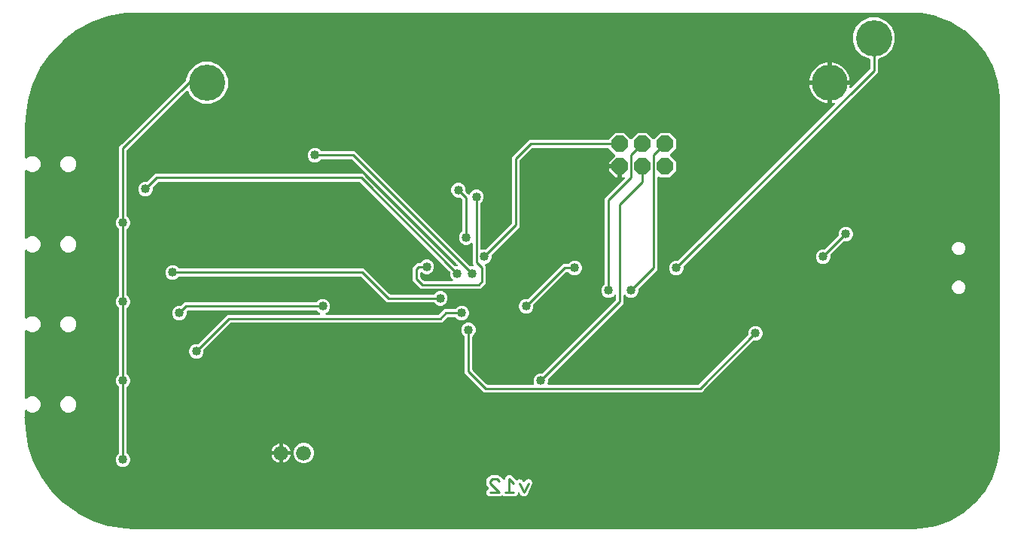
<source format=gbr>
G04 EAGLE Gerber RS-274X export*
G75*
%MOMM*%
%FSLAX34Y34*%
%LPD*%
%INBottom Copper*%
%IPPOS*%
%AMOC8*
5,1,8,0,0,1.08239X$1,22.5*%
G01*
%ADD10C,0.279400*%
%ADD11P,2.034460X8X202.500000*%
%ADD12C,1.676400*%
%ADD13C,4.064000*%
%ADD14C,1.016000*%
%ADD15C,0.254000*%

G36*
X1003316Y10671D02*
X1003316Y10671D01*
X1003355Y10670D01*
X1011723Y11035D01*
X1011726Y11036D01*
X1011728Y11036D01*
X1011888Y11053D01*
X1028370Y13960D01*
X1028399Y13969D01*
X1028429Y13971D01*
X1028584Y14017D01*
X1044311Y19741D01*
X1044338Y19755D01*
X1044367Y19763D01*
X1044511Y19834D01*
X1059005Y28202D01*
X1059029Y28221D01*
X1059056Y28234D01*
X1059186Y28329D01*
X1072007Y39087D01*
X1072027Y39109D01*
X1072052Y39127D01*
X1072163Y39243D01*
X1082921Y52064D01*
X1082937Y52089D01*
X1082958Y52111D01*
X1083048Y52245D01*
X1091416Y66739D01*
X1091427Y66767D01*
X1091445Y66792D01*
X1091509Y66939D01*
X1097233Y82666D01*
X1097240Y82696D01*
X1097252Y82723D01*
X1097290Y82880D01*
X1100197Y99362D01*
X1100197Y99364D01*
X1100198Y99367D01*
X1100215Y99527D01*
X1100580Y107895D01*
X1100579Y107910D01*
X1100581Y107950D01*
X1100581Y486734D01*
X1100571Y486813D01*
X1100571Y486893D01*
X1100551Y486970D01*
X1100541Y487049D01*
X1100523Y487096D01*
X1100581Y488996D01*
X1100580Y489008D01*
X1100581Y489035D01*
X1100581Y489311D01*
X1100581Y489316D01*
X1100581Y489328D01*
X1100468Y497793D01*
X1100468Y497795D01*
X1100468Y497798D01*
X1100455Y497958D01*
X1097969Y515076D01*
X1097961Y515105D01*
X1097959Y515136D01*
X1097918Y515292D01*
X1092497Y531718D01*
X1092484Y531745D01*
X1092477Y531775D01*
X1092409Y531921D01*
X1084218Y547157D01*
X1084201Y547181D01*
X1084188Y547209D01*
X1084097Y547342D01*
X1073385Y560923D01*
X1073363Y560945D01*
X1073346Y560970D01*
X1073233Y561084D01*
X1060325Y572599D01*
X1060300Y572617D01*
X1060279Y572639D01*
X1060170Y572716D01*
X1060161Y572724D01*
X1060156Y572726D01*
X1060148Y572732D01*
X1045436Y581830D01*
X1045409Y581843D01*
X1045384Y581861D01*
X1045239Y581930D01*
X1029171Y588336D01*
X1029141Y588343D01*
X1029114Y588357D01*
X1028959Y588400D01*
X1012022Y591918D01*
X1012020Y591918D01*
X1012017Y591919D01*
X1011858Y591941D01*
X1003259Y592578D01*
X1003238Y592577D01*
X1003165Y592581D01*
X127110Y592581D01*
X127090Y592579D01*
X127029Y592579D01*
X117290Y591958D01*
X117280Y591956D01*
X117141Y591940D01*
X97907Y588410D01*
X97888Y588404D01*
X97869Y588403D01*
X97714Y588359D01*
X79268Y581864D01*
X79251Y581856D01*
X79232Y581851D01*
X79086Y581784D01*
X61883Y572483D01*
X61867Y572472D01*
X61850Y572464D01*
X61716Y572375D01*
X46180Y560498D01*
X46166Y560484D01*
X46150Y560474D01*
X46031Y560365D01*
X32544Y546204D01*
X32533Y546188D01*
X32518Y546175D01*
X32419Y546049D01*
X21313Y529952D01*
X21304Y529935D01*
X21292Y529920D01*
X21213Y529780D01*
X12763Y512144D01*
X12756Y512126D01*
X12747Y512109D01*
X12691Y511958D01*
X7103Y493218D01*
X7100Y493199D01*
X7093Y493181D01*
X7061Y493023D01*
X4474Y473639D01*
X4474Y473629D01*
X4463Y473490D01*
X4319Y463816D01*
X4320Y463810D01*
X4319Y463797D01*
X4319Y463618D01*
X4320Y463609D01*
X4319Y463588D01*
X4366Y461653D01*
X4361Y461640D01*
X4350Y461556D01*
X4329Y461475D01*
X4320Y461333D01*
X4319Y461324D01*
X4319Y461321D01*
X4319Y461315D01*
X4319Y429120D01*
X4336Y428982D01*
X4349Y428843D01*
X4356Y428824D01*
X4359Y428804D01*
X4410Y428675D01*
X4457Y428544D01*
X4468Y428527D01*
X4476Y428509D01*
X4557Y428396D01*
X4635Y428281D01*
X4651Y428268D01*
X4662Y428251D01*
X4770Y428162D01*
X4874Y428071D01*
X4892Y428061D01*
X4907Y428048D01*
X5033Y427989D01*
X5157Y427926D01*
X5177Y427922D01*
X5195Y427913D01*
X5332Y427887D01*
X5467Y427856D01*
X5488Y427857D01*
X5507Y427853D01*
X5646Y427862D01*
X5785Y427866D01*
X5805Y427872D01*
X5825Y427873D01*
X5957Y427916D01*
X6091Y427954D01*
X6108Y427965D01*
X6127Y427971D01*
X6245Y428045D01*
X6365Y428116D01*
X6386Y428134D01*
X6396Y428141D01*
X6410Y428156D01*
X6485Y428222D01*
X7574Y429311D01*
X10900Y430689D01*
X14500Y430689D01*
X17826Y429311D01*
X20371Y426766D01*
X21749Y423440D01*
X21749Y419840D01*
X20371Y416514D01*
X17826Y413969D01*
X14500Y412591D01*
X10900Y412591D01*
X7574Y413969D01*
X6485Y415058D01*
X6376Y415142D01*
X6269Y415232D01*
X6250Y415240D01*
X6234Y415253D01*
X6107Y415308D01*
X5981Y415367D01*
X5961Y415371D01*
X5942Y415379D01*
X5804Y415401D01*
X5668Y415427D01*
X5648Y415426D01*
X5628Y415429D01*
X5489Y415416D01*
X5351Y415407D01*
X5332Y415401D01*
X5312Y415399D01*
X5180Y415352D01*
X5049Y415309D01*
X5031Y415298D01*
X5012Y415291D01*
X4897Y415213D01*
X4780Y415139D01*
X4766Y415124D01*
X4749Y415113D01*
X4657Y415009D01*
X4562Y414907D01*
X4552Y414890D01*
X4539Y414874D01*
X4475Y414750D01*
X4408Y414629D01*
X4403Y414609D01*
X4394Y414591D01*
X4364Y414455D01*
X4329Y414321D01*
X4327Y414293D01*
X4324Y414281D01*
X4325Y414260D01*
X4319Y414160D01*
X4319Y338950D01*
X4336Y338812D01*
X4349Y338673D01*
X4356Y338654D01*
X4359Y338634D01*
X4410Y338505D01*
X4457Y338374D01*
X4468Y338357D01*
X4476Y338339D01*
X4557Y338226D01*
X4635Y338111D01*
X4651Y338098D01*
X4662Y338081D01*
X4770Y337992D01*
X4874Y337901D01*
X4892Y337891D01*
X4907Y337878D01*
X5033Y337819D01*
X5157Y337756D01*
X5177Y337752D01*
X5195Y337743D01*
X5332Y337717D01*
X5467Y337686D01*
X5488Y337687D01*
X5507Y337683D01*
X5646Y337692D01*
X5785Y337696D01*
X5805Y337702D01*
X5825Y337703D01*
X5957Y337746D01*
X6091Y337784D01*
X6108Y337795D01*
X6127Y337801D01*
X6245Y337875D01*
X6365Y337946D01*
X6386Y337964D01*
X6396Y337971D01*
X6410Y337986D01*
X6485Y338052D01*
X7574Y339141D01*
X10900Y340519D01*
X14500Y340519D01*
X17826Y339141D01*
X20371Y336596D01*
X21749Y333270D01*
X21749Y329670D01*
X20371Y326344D01*
X17826Y323799D01*
X14500Y322421D01*
X10900Y322421D01*
X7574Y323799D01*
X6485Y324888D01*
X6376Y324972D01*
X6269Y325062D01*
X6250Y325070D01*
X6234Y325083D01*
X6107Y325138D01*
X5981Y325197D01*
X5961Y325201D01*
X5942Y325209D01*
X5804Y325231D01*
X5668Y325257D01*
X5648Y325256D01*
X5628Y325259D01*
X5489Y325246D01*
X5351Y325237D01*
X5332Y325231D01*
X5312Y325229D01*
X5180Y325182D01*
X5049Y325139D01*
X5031Y325128D01*
X5012Y325121D01*
X4897Y325043D01*
X4780Y324969D01*
X4766Y324954D01*
X4749Y324943D01*
X4657Y324839D01*
X4562Y324737D01*
X4552Y324720D01*
X4539Y324704D01*
X4475Y324580D01*
X4408Y324459D01*
X4403Y324439D01*
X4394Y324421D01*
X4364Y324285D01*
X4329Y324151D01*
X4327Y324123D01*
X4324Y324111D01*
X4325Y324090D01*
X4319Y323990D01*
X4319Y248780D01*
X4336Y248642D01*
X4349Y248503D01*
X4356Y248484D01*
X4359Y248464D01*
X4410Y248335D01*
X4457Y248204D01*
X4468Y248187D01*
X4476Y248169D01*
X4557Y248056D01*
X4635Y247941D01*
X4651Y247928D01*
X4662Y247911D01*
X4770Y247822D01*
X4874Y247731D01*
X4892Y247721D01*
X4907Y247708D01*
X5033Y247649D01*
X5157Y247586D01*
X5177Y247582D01*
X5195Y247573D01*
X5332Y247547D01*
X5467Y247516D01*
X5488Y247517D01*
X5507Y247513D01*
X5646Y247522D01*
X5785Y247526D01*
X5805Y247532D01*
X5825Y247533D01*
X5957Y247576D01*
X6091Y247614D01*
X6108Y247625D01*
X6127Y247631D01*
X6245Y247705D01*
X6365Y247776D01*
X6386Y247794D01*
X6396Y247801D01*
X6410Y247816D01*
X6485Y247882D01*
X7574Y248971D01*
X10900Y250349D01*
X14500Y250349D01*
X17826Y248971D01*
X20371Y246426D01*
X21749Y243100D01*
X21749Y239500D01*
X20371Y236174D01*
X17826Y233629D01*
X14500Y232251D01*
X10900Y232251D01*
X7574Y233629D01*
X6485Y234718D01*
X6376Y234802D01*
X6269Y234892D01*
X6250Y234900D01*
X6234Y234913D01*
X6107Y234968D01*
X5981Y235027D01*
X5961Y235031D01*
X5942Y235039D01*
X5804Y235061D01*
X5668Y235087D01*
X5648Y235086D01*
X5628Y235089D01*
X5489Y235076D01*
X5351Y235067D01*
X5332Y235061D01*
X5312Y235059D01*
X5180Y235012D01*
X5049Y234969D01*
X5031Y234958D01*
X5012Y234951D01*
X4897Y234873D01*
X4780Y234799D01*
X4766Y234784D01*
X4749Y234773D01*
X4657Y234669D01*
X4562Y234567D01*
X4552Y234550D01*
X4539Y234534D01*
X4475Y234410D01*
X4408Y234289D01*
X4403Y234269D01*
X4394Y234251D01*
X4364Y234115D01*
X4329Y233981D01*
X4327Y233953D01*
X4324Y233941D01*
X4325Y233920D01*
X4319Y233820D01*
X4319Y158610D01*
X4336Y158472D01*
X4349Y158333D01*
X4356Y158314D01*
X4359Y158294D01*
X4410Y158165D01*
X4457Y158034D01*
X4468Y158017D01*
X4476Y157999D01*
X4557Y157886D01*
X4635Y157771D01*
X4651Y157758D01*
X4662Y157741D01*
X4770Y157652D01*
X4874Y157561D01*
X4892Y157551D01*
X4907Y157538D01*
X5033Y157479D01*
X5157Y157416D01*
X5177Y157412D01*
X5195Y157403D01*
X5332Y157377D01*
X5467Y157346D01*
X5488Y157347D01*
X5507Y157343D01*
X5646Y157352D01*
X5785Y157356D01*
X5805Y157362D01*
X5825Y157363D01*
X5957Y157406D01*
X6091Y157444D01*
X6108Y157455D01*
X6127Y157461D01*
X6245Y157535D01*
X6365Y157606D01*
X6386Y157624D01*
X6396Y157631D01*
X6410Y157646D01*
X6485Y157712D01*
X7574Y158801D01*
X10900Y160179D01*
X14500Y160179D01*
X17826Y158801D01*
X20371Y156256D01*
X21749Y152930D01*
X21749Y149330D01*
X20371Y146004D01*
X17826Y143459D01*
X14500Y142081D01*
X10900Y142081D01*
X7574Y143459D01*
X6485Y144548D01*
X6376Y144632D01*
X6269Y144722D01*
X6250Y144730D01*
X6234Y144743D01*
X6107Y144798D01*
X5981Y144857D01*
X5961Y144861D01*
X5942Y144869D01*
X5804Y144891D01*
X5668Y144917D01*
X5648Y144916D01*
X5628Y144919D01*
X5489Y144906D01*
X5351Y144897D01*
X5332Y144891D01*
X5312Y144889D01*
X5180Y144842D01*
X5049Y144799D01*
X5031Y144788D01*
X5012Y144781D01*
X4897Y144703D01*
X4780Y144629D01*
X4766Y144614D01*
X4749Y144603D01*
X4657Y144499D01*
X4562Y144397D01*
X4552Y144380D01*
X4539Y144364D01*
X4475Y144240D01*
X4408Y144119D01*
X4403Y144099D01*
X4394Y144081D01*
X4364Y143945D01*
X4329Y143811D01*
X4327Y143783D01*
X4324Y143771D01*
X4325Y143750D01*
X4319Y143650D01*
X4319Y137911D01*
X3830Y137422D01*
X3757Y137328D01*
X3678Y137239D01*
X3660Y137203D01*
X3635Y137171D01*
X3588Y137062D01*
X3534Y136956D01*
X3525Y136917D01*
X3509Y136879D01*
X3490Y136762D01*
X3464Y136646D01*
X3465Y136605D01*
X3459Y136565D01*
X3470Y136447D01*
X3474Y136328D01*
X3485Y136289D01*
X3489Y136249D01*
X3529Y136137D01*
X3562Y136022D01*
X3583Y135987D01*
X3596Y135949D01*
X3663Y135851D01*
X3724Y135748D01*
X3764Y135703D01*
X3775Y135686D01*
X3790Y135673D01*
X3830Y135627D01*
X4319Y135139D01*
X4319Y133350D01*
X4321Y133336D01*
X4320Y133300D01*
X4694Y123774D01*
X4696Y123765D01*
X4709Y123626D01*
X7689Y104808D01*
X7694Y104790D01*
X7696Y104771D01*
X7735Y104615D01*
X13623Y86495D01*
X13631Y86478D01*
X13635Y86459D01*
X13699Y86311D01*
X22348Y69336D01*
X22359Y69320D01*
X22366Y69302D01*
X22452Y69166D01*
X33651Y53753D01*
X33664Y53739D01*
X33674Y53723D01*
X33780Y53602D01*
X47252Y40130D01*
X47267Y40118D01*
X47279Y40103D01*
X47403Y40001D01*
X62816Y28802D01*
X62833Y28793D01*
X62848Y28780D01*
X62986Y28698D01*
X79961Y20049D01*
X79980Y20042D01*
X79996Y20032D01*
X80145Y19973D01*
X98265Y14085D01*
X98284Y14082D01*
X98301Y14074D01*
X98458Y14039D01*
X117276Y11059D01*
X117285Y11058D01*
X117424Y11044D01*
X126950Y10670D01*
X126965Y10671D01*
X127000Y10669D01*
X1003300Y10669D01*
X1003316Y10671D01*
G37*
%LPC*%
G36*
X520181Y164591D02*
X520181Y164591D01*
X501503Y183270D01*
X498601Y186171D01*
X498601Y227247D01*
X498589Y227345D01*
X498586Y227444D01*
X498569Y227503D01*
X498561Y227563D01*
X498525Y227655D01*
X498497Y227750D01*
X498467Y227802D01*
X498444Y227858D01*
X498386Y227939D01*
X498336Y228024D01*
X498270Y228099D01*
X498258Y228116D01*
X498248Y228124D01*
X498230Y228145D01*
X496029Y230345D01*
X494791Y233333D01*
X494791Y236567D01*
X496029Y239555D01*
X498315Y241841D01*
X501303Y243079D01*
X504537Y243079D01*
X507525Y241841D01*
X509811Y239555D01*
X511049Y236567D01*
X511049Y233333D01*
X509811Y230345D01*
X507610Y228145D01*
X507550Y228066D01*
X507482Y227994D01*
X507453Y227941D01*
X507416Y227893D01*
X507376Y227802D01*
X507328Y227716D01*
X507313Y227657D01*
X507289Y227602D01*
X507274Y227504D01*
X507249Y227408D01*
X507243Y227308D01*
X507239Y227288D01*
X507241Y227275D01*
X507239Y227247D01*
X507239Y190275D01*
X507251Y190176D01*
X507254Y190077D01*
X507271Y190019D01*
X507279Y189959D01*
X507315Y189867D01*
X507343Y189772D01*
X507373Y189720D01*
X507396Y189663D01*
X507454Y189583D01*
X507504Y189498D01*
X507570Y189423D01*
X507582Y189406D01*
X507592Y189398D01*
X507610Y189377D01*
X523387Y173600D01*
X523465Y173540D01*
X523538Y173472D01*
X523591Y173443D01*
X523638Y173406D01*
X523729Y173366D01*
X523816Y173318D01*
X523875Y173303D01*
X523930Y173279D01*
X524028Y173264D01*
X524124Y173239D01*
X524224Y173233D01*
X524244Y173229D01*
X524257Y173231D01*
X524285Y173229D01*
X575395Y173229D01*
X575445Y173235D01*
X575494Y173233D01*
X575602Y173255D01*
X575711Y173269D01*
X575757Y173287D01*
X575806Y173297D01*
X575904Y173345D01*
X576007Y173386D01*
X576047Y173415D01*
X576092Y173437D01*
X576175Y173508D01*
X576264Y173572D01*
X576296Y173611D01*
X576334Y173643D01*
X576397Y173733D01*
X576467Y173817D01*
X576488Y173862D01*
X576517Y173903D01*
X576556Y174006D01*
X576602Y174105D01*
X576612Y174154D01*
X576629Y174200D01*
X576642Y174310D01*
X576662Y174417D01*
X576659Y174467D01*
X576665Y174516D01*
X576649Y174625D01*
X576642Y174735D01*
X576627Y174782D01*
X576620Y174831D01*
X576568Y174984D01*
X576071Y176183D01*
X576071Y179417D01*
X577309Y182405D01*
X579595Y184691D01*
X582583Y185929D01*
X585695Y185929D01*
X585794Y185941D01*
X585893Y185944D01*
X585951Y185961D01*
X586011Y185969D01*
X586103Y186005D01*
X586198Y186033D01*
X586250Y186063D01*
X586307Y186086D01*
X586387Y186144D01*
X586472Y186194D01*
X586547Y186260D01*
X586564Y186272D01*
X586572Y186282D01*
X586593Y186300D01*
X668410Y268117D01*
X668470Y268195D01*
X668538Y268267D01*
X668567Y268320D01*
X668604Y268368D01*
X668644Y268459D01*
X668692Y268546D01*
X668707Y268605D01*
X668731Y268660D01*
X668746Y268758D01*
X668771Y268854D01*
X668777Y268954D01*
X668781Y268974D01*
X668779Y268987D01*
X668781Y269015D01*
X668781Y273221D01*
X668764Y273359D01*
X668751Y273498D01*
X668744Y273517D01*
X668741Y273537D01*
X668690Y273666D01*
X668643Y273797D01*
X668632Y273814D01*
X668624Y273832D01*
X668543Y273945D01*
X668465Y274060D01*
X668449Y274073D01*
X668438Y274090D01*
X668330Y274179D01*
X668226Y274271D01*
X668208Y274280D01*
X668193Y274293D01*
X668067Y274352D01*
X667943Y274415D01*
X667923Y274420D01*
X667905Y274428D01*
X667768Y274454D01*
X667633Y274485D01*
X667612Y274484D01*
X667593Y274488D01*
X667454Y274479D01*
X667315Y274475D01*
X667295Y274469D01*
X667275Y274468D01*
X667143Y274425D01*
X667009Y274387D01*
X666992Y274376D01*
X666973Y274370D01*
X666855Y274296D01*
X666735Y274225D01*
X666714Y274207D01*
X666704Y274200D01*
X666690Y274185D01*
X666615Y274119D01*
X665005Y272509D01*
X662017Y271271D01*
X658783Y271271D01*
X655795Y272509D01*
X653509Y274795D01*
X652271Y277783D01*
X652271Y281017D01*
X653509Y284005D01*
X655710Y286205D01*
X655770Y286284D01*
X655838Y286356D01*
X655867Y286409D01*
X655904Y286457D01*
X655944Y286548D01*
X655992Y286634D01*
X656007Y286693D01*
X656031Y286748D01*
X656046Y286846D01*
X656071Y286942D01*
X656077Y287042D01*
X656081Y287063D01*
X656079Y287075D01*
X656081Y287103D01*
X656081Y382789D01*
X658983Y385690D01*
X678287Y404995D01*
X678372Y405104D01*
X678461Y405211D01*
X678469Y405230D01*
X678482Y405246D01*
X678537Y405374D01*
X678596Y405499D01*
X678600Y405519D01*
X678608Y405538D01*
X678630Y405676D01*
X678656Y405812D01*
X678655Y405832D01*
X678658Y405852D01*
X678645Y405991D01*
X678636Y406129D01*
X678630Y406148D01*
X678628Y406168D01*
X678581Y406300D01*
X678538Y406431D01*
X678528Y406449D01*
X678521Y406468D01*
X678443Y406583D01*
X678368Y406700D01*
X678353Y406714D01*
X678342Y406731D01*
X678238Y406823D01*
X678137Y406918D01*
X678119Y406928D01*
X678104Y406941D01*
X677980Y407004D01*
X677858Y407072D01*
X677838Y407077D01*
X677820Y407086D01*
X677685Y407116D01*
X677550Y407151D01*
X677522Y407153D01*
X677510Y407156D01*
X677490Y407155D01*
X677389Y407161D01*
X675639Y407161D01*
X675639Y417830D01*
X675624Y417948D01*
X675617Y418067D01*
X675604Y418105D01*
X675599Y418145D01*
X675556Y418256D01*
X675519Y418369D01*
X675497Y418403D01*
X675482Y418441D01*
X675412Y418537D01*
X675349Y418638D01*
X675319Y418666D01*
X675295Y418698D01*
X675204Y418774D01*
X675117Y418856D01*
X675082Y418875D01*
X675051Y418901D01*
X674943Y418952D01*
X674839Y419009D01*
X674799Y419020D01*
X674763Y419037D01*
X674646Y419059D01*
X674531Y419089D01*
X674470Y419093D01*
X674450Y419097D01*
X674430Y419095D01*
X674370Y419099D01*
X673099Y419099D01*
X673099Y420370D01*
X673084Y420488D01*
X673077Y420607D01*
X673064Y420645D01*
X673059Y420685D01*
X673015Y420796D01*
X672979Y420909D01*
X672957Y420944D01*
X672942Y420981D01*
X672872Y421077D01*
X672809Y421178D01*
X672779Y421206D01*
X672755Y421239D01*
X672664Y421314D01*
X672577Y421396D01*
X672542Y421416D01*
X672510Y421441D01*
X672403Y421492D01*
X672298Y421550D01*
X672259Y421560D01*
X672223Y421577D01*
X672106Y421599D01*
X671991Y421629D01*
X671930Y421633D01*
X671910Y421637D01*
X671890Y421635D01*
X671830Y421639D01*
X661161Y421639D01*
X661161Y424045D01*
X667659Y430543D01*
X667732Y430637D01*
X667811Y430727D01*
X667830Y430763D01*
X667854Y430795D01*
X667902Y430904D01*
X667956Y431010D01*
X667965Y431049D01*
X667981Y431086D01*
X667999Y431204D01*
X668025Y431320D01*
X668024Y431360D01*
X668031Y431401D01*
X668019Y431519D01*
X668016Y431638D01*
X668005Y431677D01*
X668001Y431717D01*
X667960Y431829D01*
X667927Y431944D01*
X667907Y431978D01*
X667893Y432016D01*
X667826Y432115D01*
X667766Y432217D01*
X667726Y432263D01*
X667715Y432280D01*
X667699Y432293D01*
X667659Y432338D01*
X660511Y439487D01*
X660496Y439523D01*
X660427Y439619D01*
X660363Y439720D01*
X660333Y439748D01*
X660310Y439781D01*
X660218Y439857D01*
X660131Y439938D01*
X660096Y439958D01*
X660065Y439983D01*
X659957Y440034D01*
X659853Y440092D01*
X659813Y440102D01*
X659777Y440119D01*
X659660Y440141D01*
X659545Y440171D01*
X659485Y440175D01*
X659465Y440179D01*
X659444Y440177D01*
X659384Y440181D01*
X575085Y440181D01*
X574986Y440169D01*
X574887Y440166D01*
X574829Y440149D01*
X574769Y440141D01*
X574677Y440105D01*
X574582Y440077D01*
X574530Y440047D01*
X574473Y440024D01*
X574393Y439966D01*
X574308Y439916D01*
X574233Y439850D01*
X574216Y439838D01*
X574208Y439828D01*
X574187Y439810D01*
X560950Y426573D01*
X560890Y426495D01*
X560822Y426422D01*
X560793Y426369D01*
X560756Y426322D01*
X560716Y426231D01*
X560668Y426144D01*
X560653Y426085D01*
X560629Y426030D01*
X560614Y425932D01*
X560589Y425836D01*
X560583Y425736D01*
X560579Y425716D01*
X560581Y425703D01*
X560579Y425675D01*
X560579Y351271D01*
X529200Y319893D01*
X529140Y319815D01*
X529072Y319742D01*
X529043Y319689D01*
X529006Y319642D01*
X528966Y319551D01*
X528918Y319464D01*
X528903Y319405D01*
X528879Y319350D01*
X528864Y319252D01*
X528839Y319156D01*
X528833Y319056D01*
X528829Y319036D01*
X528831Y319023D01*
X528829Y318995D01*
X528829Y315883D01*
X527591Y312895D01*
X525305Y310609D01*
X522219Y309331D01*
X522176Y309306D01*
X522129Y309289D01*
X522038Y309227D01*
X521943Y309173D01*
X521907Y309138D01*
X521866Y309111D01*
X521793Y309028D01*
X521714Y308952D01*
X521688Y308909D01*
X521655Y308872D01*
X521605Y308774D01*
X521548Y308681D01*
X521533Y308633D01*
X521511Y308589D01*
X521487Y308482D01*
X521454Y308377D01*
X521452Y308327D01*
X521441Y308279D01*
X521444Y308169D01*
X521439Y308059D01*
X521449Y308011D01*
X521451Y307961D01*
X521481Y307855D01*
X521503Y307748D01*
X521525Y307703D01*
X521539Y307655D01*
X521595Y307561D01*
X521643Y307462D01*
X521675Y307424D01*
X521701Y307381D01*
X521807Y307261D01*
X522479Y306589D01*
X522479Y287771D01*
X516139Y281431D01*
X449061Y281431D01*
X440181Y290311D01*
X440181Y305319D01*
X445251Y310389D01*
X448227Y310389D01*
X448325Y310401D01*
X448424Y310404D01*
X448483Y310421D01*
X448543Y310429D01*
X448635Y310465D01*
X448730Y310493D01*
X448782Y310523D01*
X448838Y310546D01*
X448918Y310604D01*
X449004Y310654D01*
X449079Y310720D01*
X449096Y310732D01*
X449104Y310742D01*
X449125Y310760D01*
X451325Y312961D01*
X454313Y314199D01*
X457547Y314199D01*
X460535Y312961D01*
X462821Y310675D01*
X464059Y307687D01*
X464059Y304453D01*
X462821Y301465D01*
X460535Y299179D01*
X457547Y297941D01*
X454313Y297941D01*
X451325Y299179D01*
X450986Y299519D01*
X450876Y299604D01*
X450769Y299693D01*
X450750Y299701D01*
X450734Y299714D01*
X450606Y299769D01*
X450481Y299828D01*
X450461Y299832D01*
X450442Y299840D01*
X450304Y299862D01*
X450168Y299888D01*
X450148Y299887D01*
X450128Y299890D01*
X449989Y299877D01*
X449851Y299868D01*
X449832Y299862D01*
X449812Y299860D01*
X449681Y299813D01*
X449549Y299770D01*
X449531Y299759D01*
X449512Y299752D01*
X449398Y299675D01*
X449280Y299600D01*
X449266Y299585D01*
X449249Y299574D01*
X449157Y299470D01*
X449062Y299368D01*
X449052Y299351D01*
X449039Y299335D01*
X448976Y299212D01*
X448908Y299090D01*
X448903Y299070D01*
X448894Y299052D01*
X448864Y298916D01*
X448829Y298782D01*
X448827Y298754D01*
X448824Y298742D01*
X448825Y298721D01*
X448819Y298621D01*
X448819Y294415D01*
X448831Y294316D01*
X448834Y294217D01*
X448851Y294159D01*
X448859Y294099D01*
X448895Y294007D01*
X448923Y293912D01*
X448953Y293860D01*
X448976Y293803D01*
X449034Y293723D01*
X449084Y293638D01*
X449150Y293563D01*
X449162Y293546D01*
X449172Y293538D01*
X449190Y293517D01*
X452267Y290440D01*
X452345Y290380D01*
X452418Y290312D01*
X452471Y290283D01*
X452518Y290246D01*
X452609Y290206D01*
X452696Y290158D01*
X452755Y290143D01*
X452810Y290119D01*
X452908Y290104D01*
X453004Y290079D01*
X453104Y290073D01*
X453124Y290069D01*
X453137Y290071D01*
X453165Y290069D01*
X484041Y290069D01*
X484179Y290086D01*
X484318Y290099D01*
X484337Y290106D01*
X484357Y290109D01*
X484486Y290160D01*
X484617Y290207D01*
X484634Y290218D01*
X484652Y290226D01*
X484765Y290307D01*
X484880Y290385D01*
X484893Y290401D01*
X484910Y290412D01*
X484999Y290520D01*
X485091Y290624D01*
X485100Y290642D01*
X485113Y290657D01*
X485172Y290783D01*
X485235Y290907D01*
X485240Y290927D01*
X485248Y290945D01*
X485274Y291082D01*
X485305Y291217D01*
X485304Y291238D01*
X485308Y291257D01*
X485299Y291396D01*
X485295Y291535D01*
X485289Y291555D01*
X485288Y291575D01*
X485245Y291707D01*
X485207Y291841D01*
X485196Y291858D01*
X485190Y291877D01*
X485116Y291995D01*
X485045Y292115D01*
X485027Y292136D01*
X485020Y292146D01*
X485005Y292160D01*
X484939Y292235D01*
X483329Y293845D01*
X482091Y296833D01*
X482091Y299945D01*
X482079Y300044D01*
X482076Y300143D01*
X482059Y300201D01*
X482051Y300261D01*
X482015Y300353D01*
X481987Y300448D01*
X481957Y300500D01*
X481934Y300557D01*
X481876Y300637D01*
X481826Y300722D01*
X481760Y300797D01*
X481748Y300814D01*
X481738Y300822D01*
X481720Y300843D01*
X380853Y401710D01*
X380775Y401770D01*
X380702Y401838D01*
X380649Y401867D01*
X380602Y401904D01*
X380511Y401944D01*
X380424Y401992D01*
X380365Y402007D01*
X380310Y402031D01*
X380212Y402046D01*
X380116Y402071D01*
X380016Y402077D01*
X379996Y402081D01*
X379983Y402079D01*
X379955Y402081D01*
X154715Y402081D01*
X154616Y402069D01*
X154517Y402066D01*
X154459Y402049D01*
X154399Y402041D01*
X154307Y402005D01*
X154212Y401977D01*
X154160Y401947D01*
X154103Y401924D01*
X154023Y401866D01*
X153938Y401816D01*
X153863Y401750D01*
X153846Y401738D01*
X153838Y401728D01*
X153817Y401710D01*
X148200Y396093D01*
X148140Y396015D01*
X148072Y395943D01*
X148043Y395890D01*
X148006Y395842D01*
X147966Y395751D01*
X147918Y395664D01*
X147903Y395605D01*
X147879Y395550D01*
X147864Y395452D01*
X147839Y395356D01*
X147833Y395256D01*
X147829Y395236D01*
X147831Y395223D01*
X147829Y395195D01*
X147829Y392083D01*
X146591Y389095D01*
X144305Y386809D01*
X141317Y385571D01*
X138083Y385571D01*
X135095Y386809D01*
X132809Y389095D01*
X131571Y392083D01*
X131571Y395317D01*
X132809Y398305D01*
X135095Y400591D01*
X138083Y401829D01*
X141195Y401829D01*
X141294Y401841D01*
X141393Y401844D01*
X141451Y401861D01*
X141511Y401869D01*
X141603Y401905D01*
X141698Y401933D01*
X141750Y401963D01*
X141807Y401986D01*
X141887Y402044D01*
X141972Y402094D01*
X142047Y402160D01*
X142064Y402172D01*
X142072Y402182D01*
X142093Y402200D01*
X150611Y410719D01*
X384059Y410719D01*
X386960Y407817D01*
X487827Y306950D01*
X487905Y306890D01*
X487977Y306822D01*
X488030Y306793D01*
X488078Y306756D01*
X488169Y306716D01*
X488256Y306668D01*
X488315Y306653D01*
X488370Y306629D01*
X488468Y306614D01*
X488564Y306589D01*
X488664Y306583D01*
X488684Y306579D01*
X488697Y306581D01*
X488725Y306579D01*
X489429Y306579D01*
X489567Y306596D01*
X489706Y306609D01*
X489725Y306616D01*
X489745Y306619D01*
X489874Y306670D01*
X490005Y306717D01*
X490022Y306728D01*
X490041Y306736D01*
X490153Y306817D01*
X490268Y306895D01*
X490282Y306911D01*
X490298Y306922D01*
X490387Y307030D01*
X490479Y307134D01*
X490488Y307152D01*
X490501Y307167D01*
X490560Y307293D01*
X490623Y307417D01*
X490628Y307437D01*
X490636Y307455D01*
X490662Y307591D01*
X490693Y307727D01*
X490692Y307748D01*
X490696Y307767D01*
X490687Y307906D01*
X490683Y308045D01*
X490678Y308065D01*
X490676Y308085D01*
X490634Y308217D01*
X490595Y308351D01*
X490585Y308368D01*
X490578Y308387D01*
X490504Y308505D01*
X490433Y308625D01*
X490415Y308646D01*
X490408Y308656D01*
X490393Y308670D01*
X490327Y308745D01*
X371963Y427110D01*
X371885Y427170D01*
X371812Y427238D01*
X371759Y427267D01*
X371712Y427304D01*
X371621Y427344D01*
X371534Y427392D01*
X371475Y427407D01*
X371420Y427431D01*
X371322Y427446D01*
X371226Y427471D01*
X371126Y427477D01*
X371106Y427481D01*
X371093Y427479D01*
X371065Y427481D01*
X337903Y427481D01*
X337805Y427469D01*
X337706Y427466D01*
X337647Y427449D01*
X337587Y427441D01*
X337495Y427405D01*
X337400Y427377D01*
X337348Y427347D01*
X337292Y427324D01*
X337212Y427266D01*
X337126Y427216D01*
X337051Y427150D01*
X337034Y427138D01*
X337026Y427128D01*
X337005Y427110D01*
X334805Y424909D01*
X331817Y423671D01*
X328583Y423671D01*
X325595Y424909D01*
X323309Y427195D01*
X322071Y430183D01*
X322071Y433417D01*
X323309Y436405D01*
X325595Y438691D01*
X328583Y439929D01*
X331817Y439929D01*
X334805Y438691D01*
X337005Y436490D01*
X337084Y436430D01*
X337156Y436362D01*
X337209Y436333D01*
X337257Y436296D01*
X337348Y436256D01*
X337434Y436208D01*
X337493Y436193D01*
X337548Y436169D01*
X337646Y436154D01*
X337742Y436129D01*
X337842Y436123D01*
X337863Y436119D01*
X337875Y436121D01*
X337903Y436119D01*
X375169Y436119D01*
X504337Y306950D01*
X504415Y306890D01*
X504488Y306822D01*
X504541Y306793D01*
X504588Y306756D01*
X504679Y306716D01*
X504766Y306668D01*
X504825Y306653D01*
X504880Y306629D01*
X504978Y306614D01*
X505074Y306589D01*
X505174Y306583D01*
X505194Y306579D01*
X505207Y306581D01*
X505235Y306579D01*
X507209Y306579D01*
X507347Y306596D01*
X507486Y306609D01*
X507505Y306616D01*
X507525Y306619D01*
X507654Y306670D01*
X507785Y306717D01*
X507802Y306728D01*
X507821Y306736D01*
X507933Y306817D01*
X508048Y306895D01*
X508062Y306911D01*
X508078Y306922D01*
X508167Y307030D01*
X508259Y307134D01*
X508268Y307152D01*
X508281Y307167D01*
X508340Y307293D01*
X508403Y307417D01*
X508408Y307437D01*
X508416Y307455D01*
X508442Y307592D01*
X508473Y307727D01*
X508472Y307748D01*
X508476Y307767D01*
X508467Y307906D01*
X508463Y308045D01*
X508458Y308065D01*
X508456Y308085D01*
X508414Y308217D01*
X508375Y308351D01*
X508365Y308368D01*
X508358Y308387D01*
X508284Y308505D01*
X508213Y308625D01*
X508195Y308646D01*
X508188Y308656D01*
X508173Y308670D01*
X508107Y308745D01*
X507491Y309361D01*
X507491Y331641D01*
X507474Y331779D01*
X507461Y331918D01*
X507454Y331937D01*
X507451Y331957D01*
X507400Y332086D01*
X507353Y332217D01*
X507342Y332234D01*
X507334Y332252D01*
X507253Y332365D01*
X507175Y332480D01*
X507159Y332493D01*
X507148Y332510D01*
X507040Y332599D01*
X506936Y332691D01*
X506918Y332700D01*
X506903Y332713D01*
X506777Y332772D01*
X506653Y332835D01*
X506633Y332840D01*
X506615Y332848D01*
X506479Y332874D01*
X506343Y332905D01*
X506322Y332904D01*
X506303Y332908D01*
X506164Y332899D01*
X506025Y332895D01*
X506005Y332889D01*
X505985Y332888D01*
X505853Y332845D01*
X505719Y332807D01*
X505702Y332796D01*
X505683Y332790D01*
X505565Y332716D01*
X505445Y332645D01*
X505424Y332627D01*
X505414Y332620D01*
X505400Y332605D01*
X505324Y332539D01*
X504985Y332199D01*
X501997Y330961D01*
X498763Y330961D01*
X495775Y332199D01*
X493489Y334485D01*
X492251Y337473D01*
X492251Y340707D01*
X493489Y343695D01*
X495690Y345895D01*
X495750Y345974D01*
X495818Y346046D01*
X495847Y346099D01*
X495884Y346147D01*
X495924Y346238D01*
X495972Y346324D01*
X495987Y346383D01*
X496011Y346438D01*
X496026Y346536D01*
X496051Y346632D01*
X496057Y346732D01*
X496061Y346752D01*
X496059Y346765D01*
X496061Y346793D01*
X496061Y381225D01*
X496049Y381324D01*
X496046Y381423D01*
X496029Y381481D01*
X496021Y381541D01*
X495985Y381633D01*
X495957Y381728D01*
X495927Y381780D01*
X495904Y381837D01*
X495846Y381917D01*
X495796Y382002D01*
X495730Y382077D01*
X495718Y382094D01*
X495708Y382102D01*
X495690Y382123D01*
X493883Y383930D01*
X493805Y383990D01*
X493732Y384058D01*
X493679Y384087D01*
X493632Y384124D01*
X493541Y384164D01*
X493454Y384212D01*
X493395Y384227D01*
X493340Y384251D01*
X493242Y384266D01*
X493146Y384291D01*
X493046Y384297D01*
X493026Y384301D01*
X493013Y384299D01*
X492985Y384301D01*
X489873Y384301D01*
X486885Y385539D01*
X484599Y387825D01*
X483361Y390813D01*
X483361Y394047D01*
X484599Y397035D01*
X486885Y399321D01*
X489873Y400559D01*
X493107Y400559D01*
X496095Y399321D01*
X498381Y397035D01*
X499619Y394047D01*
X499619Y390935D01*
X499631Y390836D01*
X499634Y390737D01*
X499651Y390679D01*
X499659Y390619D01*
X499695Y390527D01*
X499723Y390432D01*
X499753Y390380D01*
X499776Y390323D01*
X499834Y390243D01*
X499884Y390158D01*
X499950Y390083D01*
X499962Y390066D01*
X499972Y390058D01*
X499990Y390037D01*
X501797Y388230D01*
X502314Y387713D01*
X502354Y387683D01*
X502387Y387646D01*
X502479Y387586D01*
X502566Y387518D01*
X502611Y387498D01*
X502653Y387471D01*
X502757Y387436D01*
X502858Y387392D01*
X502907Y387384D01*
X502954Y387368D01*
X503063Y387359D01*
X503172Y387342D01*
X503221Y387347D01*
X503271Y387343D01*
X503379Y387362D01*
X503488Y387372D01*
X503535Y387389D01*
X503584Y387397D01*
X503684Y387442D01*
X503788Y387479D01*
X503829Y387507D01*
X503874Y387528D01*
X503960Y387596D01*
X504051Y387658D01*
X504084Y387695D01*
X504122Y387726D01*
X504188Y387814D01*
X504261Y387896D01*
X504284Y387941D01*
X504314Y387980D01*
X504385Y388125D01*
X504919Y389415D01*
X507205Y391701D01*
X510193Y392939D01*
X513427Y392939D01*
X516415Y391701D01*
X518701Y389415D01*
X519939Y386427D01*
X519939Y383193D01*
X518701Y380205D01*
X516500Y378005D01*
X516440Y377926D01*
X516372Y377854D01*
X516343Y377801D01*
X516306Y377753D01*
X516266Y377662D01*
X516218Y377576D01*
X516203Y377517D01*
X516179Y377462D01*
X516164Y377364D01*
X516139Y377268D01*
X516133Y377168D01*
X516129Y377147D01*
X516131Y377135D01*
X516129Y377107D01*
X516129Y326305D01*
X516135Y326255D01*
X516133Y326206D01*
X516155Y326098D01*
X516169Y325989D01*
X516187Y325943D01*
X516197Y325894D01*
X516245Y325796D01*
X516286Y325693D01*
X516315Y325653D01*
X516337Y325608D01*
X516408Y325525D01*
X516472Y325436D01*
X516511Y325404D01*
X516543Y325366D01*
X516633Y325303D01*
X516717Y325233D01*
X516762Y325212D01*
X516803Y325183D01*
X516906Y325144D01*
X517005Y325098D01*
X517054Y325088D01*
X517100Y325071D01*
X517210Y325058D01*
X517317Y325038D01*
X517367Y325041D01*
X517416Y325035D01*
X517525Y325051D01*
X517635Y325058D01*
X517682Y325073D01*
X517731Y325080D01*
X517884Y325132D01*
X519083Y325629D01*
X522195Y325629D01*
X522294Y325641D01*
X522393Y325644D01*
X522451Y325661D01*
X522511Y325669D01*
X522603Y325705D01*
X522698Y325733D01*
X522750Y325763D01*
X522807Y325786D01*
X522887Y325844D01*
X522972Y325894D01*
X523047Y325960D01*
X523064Y325972D01*
X523072Y325982D01*
X523093Y326000D01*
X551570Y354477D01*
X551630Y354555D01*
X551698Y354628D01*
X551727Y354681D01*
X551764Y354728D01*
X551804Y354819D01*
X551852Y354906D01*
X551867Y354965D01*
X551891Y355020D01*
X551906Y355118D01*
X551931Y355214D01*
X551937Y355314D01*
X551941Y355334D01*
X551939Y355347D01*
X551941Y355375D01*
X551941Y429779D01*
X570981Y448819D01*
X659384Y448819D01*
X659502Y448834D01*
X659621Y448841D01*
X659659Y448854D01*
X659700Y448859D01*
X659810Y448902D01*
X659923Y448939D01*
X659958Y448961D01*
X659995Y448976D01*
X660091Y449045D01*
X660192Y449109D01*
X660220Y449139D01*
X660253Y449162D01*
X660329Y449254D01*
X660410Y449341D01*
X660430Y449376D01*
X660455Y449407D01*
X660500Y449502D01*
X667944Y456947D01*
X678256Y456947D01*
X684903Y450300D01*
X684997Y450227D01*
X685086Y450148D01*
X685122Y450130D01*
X685154Y450105D01*
X685263Y450057D01*
X685369Y450003D01*
X685408Y449995D01*
X685446Y449979D01*
X685563Y449960D01*
X685679Y449934D01*
X685720Y449935D01*
X685760Y449929D01*
X685878Y449940D01*
X685997Y449943D01*
X686036Y449955D01*
X686076Y449958D01*
X686189Y449999D01*
X686303Y450032D01*
X686338Y450052D01*
X686376Y450066D01*
X686474Y450133D01*
X686577Y450193D01*
X686622Y450233D01*
X686639Y450245D01*
X686652Y450260D01*
X686698Y450300D01*
X693344Y456947D01*
X703656Y456947D01*
X710303Y450300D01*
X710397Y450227D01*
X710486Y450148D01*
X710522Y450130D01*
X710554Y450105D01*
X710663Y450057D01*
X710769Y450003D01*
X710808Y449995D01*
X710846Y449979D01*
X710963Y449960D01*
X711079Y449934D01*
X711120Y449935D01*
X711160Y449929D01*
X711278Y449940D01*
X711397Y449943D01*
X711436Y449955D01*
X711476Y449958D01*
X711589Y449999D01*
X711703Y450032D01*
X711738Y450052D01*
X711776Y450066D01*
X711874Y450133D01*
X711977Y450193D01*
X712022Y450233D01*
X712039Y450245D01*
X712052Y450260D01*
X712098Y450300D01*
X718744Y456947D01*
X729056Y456947D01*
X736347Y449656D01*
X736347Y439344D01*
X729700Y432698D01*
X729627Y432603D01*
X729548Y432514D01*
X729530Y432478D01*
X729505Y432446D01*
X729458Y432337D01*
X729403Y432231D01*
X729395Y432192D01*
X729379Y432154D01*
X729360Y432037D01*
X729334Y431921D01*
X729335Y431880D01*
X729329Y431840D01*
X729340Y431722D01*
X729343Y431603D01*
X729355Y431564D01*
X729358Y431524D01*
X729399Y431411D01*
X729432Y431297D01*
X729452Y431263D01*
X729466Y431224D01*
X729533Y431126D01*
X729593Y431023D01*
X729633Y430978D01*
X729645Y430961D01*
X729660Y430948D01*
X729700Y430903D01*
X736347Y424256D01*
X736347Y413944D01*
X729056Y406653D01*
X718744Y406653D01*
X717685Y407712D01*
X717576Y407797D01*
X717469Y407886D01*
X717450Y407895D01*
X717434Y407907D01*
X717307Y407962D01*
X717181Y408022D01*
X717161Y408025D01*
X717142Y408034D01*
X717004Y408055D01*
X716868Y408081D01*
X716848Y408080D01*
X716828Y408083D01*
X716689Y408070D01*
X716551Y408062D01*
X716532Y408055D01*
X716512Y408054D01*
X716380Y408006D01*
X716249Y407964D01*
X716231Y407953D01*
X716212Y407946D01*
X716097Y407868D01*
X715980Y407793D01*
X715966Y407779D01*
X715949Y407767D01*
X715857Y407663D01*
X715762Y407562D01*
X715752Y407544D01*
X715739Y407529D01*
X715675Y407405D01*
X715608Y407283D01*
X715603Y407264D01*
X715594Y407246D01*
X715564Y407110D01*
X715529Y406975D01*
X715527Y406947D01*
X715524Y406935D01*
X715525Y406915D01*
X715519Y406815D01*
X715519Y303011D01*
X694300Y281793D01*
X694240Y281715D01*
X694172Y281642D01*
X694143Y281589D01*
X694106Y281542D01*
X694066Y281451D01*
X694018Y281364D01*
X694003Y281305D01*
X693979Y281250D01*
X693964Y281152D01*
X693939Y281056D01*
X693933Y280956D01*
X693929Y280936D01*
X693931Y280923D01*
X693929Y280895D01*
X693929Y277783D01*
X692691Y274795D01*
X690405Y272509D01*
X687417Y271271D01*
X684183Y271271D01*
X681195Y272509D01*
X679585Y274119D01*
X679476Y274204D01*
X679369Y274293D01*
X679350Y274301D01*
X679334Y274314D01*
X679206Y274369D01*
X679081Y274428D01*
X679061Y274432D01*
X679042Y274440D01*
X678904Y274462D01*
X678768Y274488D01*
X678748Y274487D01*
X678728Y274490D01*
X678589Y274477D01*
X678451Y274468D01*
X678432Y274462D01*
X678412Y274460D01*
X678280Y274413D01*
X678149Y274370D01*
X678131Y274359D01*
X678112Y274352D01*
X677997Y274274D01*
X677880Y274200D01*
X677866Y274185D01*
X677849Y274174D01*
X677757Y274070D01*
X677662Y273968D01*
X677652Y273951D01*
X677639Y273935D01*
X677575Y273811D01*
X677508Y273690D01*
X677503Y273670D01*
X677494Y273652D01*
X677464Y273516D01*
X677429Y273382D01*
X677427Y273354D01*
X677424Y273342D01*
X677425Y273321D01*
X677419Y273221D01*
X677419Y264911D01*
X674517Y262010D01*
X592700Y180193D01*
X592640Y180115D01*
X592572Y180043D01*
X592543Y179990D01*
X592506Y179942D01*
X592466Y179851D01*
X592418Y179764D01*
X592403Y179705D01*
X592379Y179650D01*
X592364Y179552D01*
X592339Y179456D01*
X592333Y179356D01*
X592329Y179336D01*
X592331Y179323D01*
X592329Y179295D01*
X592329Y176183D01*
X591832Y174984D01*
X591819Y174936D01*
X591798Y174891D01*
X591777Y174783D01*
X591748Y174677D01*
X591747Y174627D01*
X591738Y174578D01*
X591745Y174469D01*
X591743Y174359D01*
X591755Y174311D01*
X591758Y174261D01*
X591791Y174157D01*
X591817Y174050D01*
X591840Y174006D01*
X591856Y173959D01*
X591914Y173866D01*
X591966Y173769D01*
X591999Y173732D01*
X592026Y173690D01*
X592106Y173615D01*
X592180Y173533D01*
X592221Y173506D01*
X592257Y173472D01*
X592354Y173419D01*
X592445Y173359D01*
X592492Y173342D01*
X592536Y173318D01*
X592642Y173291D01*
X592746Y173255D01*
X592796Y173251D01*
X592844Y173239D01*
X593005Y173229D01*
X760955Y173229D01*
X761054Y173241D01*
X761153Y173244D01*
X761211Y173261D01*
X761271Y173269D01*
X761363Y173305D01*
X761458Y173333D01*
X761510Y173363D01*
X761567Y173386D01*
X761647Y173444D01*
X761732Y173494D01*
X761807Y173560D01*
X761824Y173572D01*
X761832Y173582D01*
X761853Y173600D01*
X817000Y228747D01*
X817060Y228825D01*
X817128Y228897D01*
X817157Y228950D01*
X817194Y228998D01*
X817234Y229089D01*
X817282Y229176D01*
X817297Y229235D01*
X817321Y229290D01*
X817336Y229388D01*
X817361Y229484D01*
X817367Y229584D01*
X817371Y229604D01*
X817369Y229617D01*
X817371Y229645D01*
X817371Y232757D01*
X818609Y235745D01*
X820895Y238031D01*
X823883Y239269D01*
X827117Y239269D01*
X830105Y238031D01*
X832391Y235745D01*
X833629Y232757D01*
X833629Y229523D01*
X832391Y226535D01*
X830105Y224249D01*
X827117Y223011D01*
X824005Y223011D01*
X823906Y222999D01*
X823807Y222996D01*
X823749Y222979D01*
X823689Y222971D01*
X823597Y222935D01*
X823502Y222907D01*
X823450Y222877D01*
X823393Y222854D01*
X823313Y222796D01*
X823228Y222746D01*
X823153Y222680D01*
X823136Y222668D01*
X823128Y222658D01*
X823107Y222640D01*
X767960Y167493D01*
X765059Y164591D01*
X520181Y164591D01*
G37*
%LPD*%
%LPC*%
G36*
X112683Y80771D02*
X112683Y80771D01*
X109695Y82009D01*
X107409Y84295D01*
X106171Y87283D01*
X106171Y90517D01*
X107409Y93505D01*
X109610Y95705D01*
X109670Y95784D01*
X109738Y95856D01*
X109767Y95909D01*
X109804Y95957D01*
X109844Y96048D01*
X109892Y96134D01*
X109907Y96193D01*
X109931Y96248D01*
X109946Y96346D01*
X109971Y96442D01*
X109977Y96542D01*
X109981Y96563D01*
X109979Y96575D01*
X109981Y96603D01*
X109981Y170097D01*
X109969Y170195D01*
X109966Y170294D01*
X109949Y170353D01*
X109941Y170413D01*
X109905Y170505D01*
X109877Y170600D01*
X109847Y170652D01*
X109824Y170708D01*
X109766Y170788D01*
X109716Y170874D01*
X109650Y170949D01*
X109638Y170966D01*
X109628Y170974D01*
X109610Y170995D01*
X107409Y173195D01*
X106171Y176183D01*
X106171Y179417D01*
X107409Y182405D01*
X109610Y184605D01*
X109670Y184684D01*
X109738Y184756D01*
X109767Y184809D01*
X109804Y184857D01*
X109844Y184948D01*
X109892Y185034D01*
X109907Y185093D01*
X109931Y185148D01*
X109946Y185246D01*
X109971Y185342D01*
X109977Y185442D01*
X109981Y185463D01*
X109979Y185475D01*
X109981Y185503D01*
X109981Y258997D01*
X109969Y259095D01*
X109966Y259194D01*
X109949Y259253D01*
X109941Y259313D01*
X109905Y259405D01*
X109877Y259500D01*
X109847Y259552D01*
X109824Y259608D01*
X109766Y259688D01*
X109716Y259774D01*
X109650Y259849D01*
X109638Y259866D01*
X109628Y259874D01*
X109610Y259895D01*
X107409Y262095D01*
X106171Y265083D01*
X106171Y268317D01*
X107409Y271305D01*
X109610Y273505D01*
X109670Y273584D01*
X109738Y273656D01*
X109767Y273709D01*
X109804Y273757D01*
X109844Y273848D01*
X109892Y273934D01*
X109907Y273993D01*
X109931Y274048D01*
X109946Y274146D01*
X109971Y274242D01*
X109977Y274342D01*
X109981Y274363D01*
X109979Y274375D01*
X109981Y274403D01*
X109981Y347897D01*
X109969Y347995D01*
X109966Y348094D01*
X109949Y348153D01*
X109941Y348213D01*
X109905Y348305D01*
X109877Y348400D01*
X109847Y348452D01*
X109824Y348508D01*
X109766Y348588D01*
X109716Y348674D01*
X109650Y348749D01*
X109638Y348766D01*
X109628Y348774D01*
X109610Y348795D01*
X107409Y350995D01*
X106171Y353983D01*
X106171Y357217D01*
X107409Y360205D01*
X109610Y362405D01*
X109670Y362484D01*
X109738Y362556D01*
X109767Y362609D01*
X109804Y362657D01*
X109844Y362748D01*
X109892Y362834D01*
X109907Y362893D01*
X109931Y362948D01*
X109946Y363046D01*
X109971Y363142D01*
X109977Y363242D01*
X109981Y363263D01*
X109979Y363275D01*
X109981Y363303D01*
X109981Y441209D01*
X112883Y444110D01*
X185060Y516287D01*
X185120Y516365D01*
X185188Y516437D01*
X185217Y516490D01*
X185254Y516538D01*
X185294Y516629D01*
X185342Y516716D01*
X185357Y516775D01*
X185381Y516830D01*
X185396Y516928D01*
X185421Y517024D01*
X185427Y517124D01*
X185431Y517144D01*
X185429Y517157D01*
X185431Y517185D01*
X185431Y518048D01*
X188989Y526637D01*
X195563Y533211D01*
X204152Y536769D01*
X213448Y536769D01*
X222037Y533211D01*
X228611Y526637D01*
X232169Y518048D01*
X232169Y508752D01*
X228611Y500163D01*
X222037Y493589D01*
X213448Y490031D01*
X204152Y490031D01*
X195563Y493589D01*
X188989Y500163D01*
X187420Y503950D01*
X187395Y503994D01*
X187379Y504040D01*
X187317Y504131D01*
X187262Y504227D01*
X187228Y504262D01*
X187200Y504304D01*
X187117Y504376D01*
X187041Y504455D01*
X186999Y504481D01*
X186962Y504514D01*
X186864Y504564D01*
X186770Y504621D01*
X186723Y504636D01*
X186678Y504659D01*
X186571Y504683D01*
X186466Y504715D01*
X186417Y504717D01*
X186368Y504728D01*
X186258Y504725D01*
X186148Y504730D01*
X186100Y504720D01*
X186050Y504719D01*
X185945Y504688D01*
X185837Y504666D01*
X185792Y504644D01*
X185745Y504630D01*
X185650Y504574D01*
X185551Y504526D01*
X185513Y504494D01*
X185471Y504469D01*
X185350Y504362D01*
X118990Y438003D01*
X118930Y437925D01*
X118862Y437852D01*
X118833Y437799D01*
X118796Y437752D01*
X118756Y437661D01*
X118708Y437574D01*
X118693Y437515D01*
X118669Y437460D01*
X118654Y437362D01*
X118629Y437266D01*
X118623Y437166D01*
X118619Y437146D01*
X118621Y437133D01*
X118619Y437105D01*
X118619Y363303D01*
X118631Y363205D01*
X118634Y363106D01*
X118651Y363047D01*
X118659Y362987D01*
X118695Y362895D01*
X118723Y362800D01*
X118753Y362748D01*
X118776Y362692D01*
X118834Y362612D01*
X118884Y362526D01*
X118950Y362451D01*
X118962Y362434D01*
X118972Y362426D01*
X118990Y362405D01*
X121191Y360205D01*
X122429Y357217D01*
X122429Y353983D01*
X121191Y350995D01*
X118990Y348795D01*
X118930Y348716D01*
X118862Y348644D01*
X118833Y348591D01*
X118796Y348543D01*
X118756Y348452D01*
X118708Y348366D01*
X118693Y348307D01*
X118669Y348252D01*
X118654Y348154D01*
X118629Y348058D01*
X118623Y347958D01*
X118619Y347937D01*
X118621Y347925D01*
X118619Y347897D01*
X118619Y274403D01*
X118631Y274305D01*
X118634Y274206D01*
X118651Y274147D01*
X118659Y274087D01*
X118695Y273995D01*
X118723Y273900D01*
X118753Y273848D01*
X118776Y273792D01*
X118834Y273712D01*
X118884Y273626D01*
X118950Y273551D01*
X118962Y273534D01*
X118972Y273526D01*
X118990Y273505D01*
X121191Y271305D01*
X122429Y268317D01*
X122429Y265083D01*
X121191Y262095D01*
X118990Y259895D01*
X118930Y259816D01*
X118862Y259744D01*
X118833Y259691D01*
X118796Y259643D01*
X118756Y259552D01*
X118708Y259466D01*
X118693Y259407D01*
X118669Y259352D01*
X118654Y259254D01*
X118629Y259158D01*
X118623Y259058D01*
X118619Y259037D01*
X118621Y259025D01*
X118619Y258997D01*
X118619Y185503D01*
X118631Y185405D01*
X118634Y185306D01*
X118651Y185247D01*
X118659Y185187D01*
X118695Y185095D01*
X118723Y185000D01*
X118753Y184948D01*
X118776Y184892D01*
X118834Y184812D01*
X118884Y184726D01*
X118950Y184651D01*
X118962Y184634D01*
X118972Y184626D01*
X118990Y184605D01*
X121191Y182405D01*
X122429Y179417D01*
X122429Y176183D01*
X121191Y173195D01*
X118990Y170995D01*
X118930Y170916D01*
X118862Y170844D01*
X118833Y170791D01*
X118796Y170743D01*
X118756Y170652D01*
X118708Y170566D01*
X118693Y170507D01*
X118669Y170452D01*
X118654Y170354D01*
X118629Y170258D01*
X118623Y170158D01*
X118619Y170137D01*
X118621Y170125D01*
X118619Y170097D01*
X118619Y96603D01*
X118631Y96505D01*
X118634Y96406D01*
X118651Y96347D01*
X118659Y96287D01*
X118695Y96195D01*
X118723Y96100D01*
X118753Y96048D01*
X118776Y95992D01*
X118834Y95912D01*
X118884Y95826D01*
X118951Y95751D01*
X118962Y95734D01*
X118972Y95726D01*
X118990Y95705D01*
X121191Y93505D01*
X122429Y90517D01*
X122429Y87283D01*
X121191Y84295D01*
X118905Y82009D01*
X115917Y80771D01*
X112683Y80771D01*
G37*
%LPD*%
%LPC*%
G36*
X734983Y296671D02*
X734983Y296671D01*
X731995Y297909D01*
X729709Y300195D01*
X728471Y303183D01*
X728471Y306417D01*
X729709Y309405D01*
X731995Y311691D01*
X734983Y312929D01*
X738095Y312929D01*
X738194Y312941D01*
X738293Y312944D01*
X738351Y312961D01*
X738411Y312969D01*
X738503Y313005D01*
X738598Y313033D01*
X738650Y313063D01*
X738707Y313086D01*
X738787Y313144D01*
X738872Y313194D01*
X738947Y313260D01*
X738964Y313272D01*
X738972Y313282D01*
X738993Y313300D01*
X914552Y488860D01*
X914627Y488957D01*
X914708Y489049D01*
X914725Y489082D01*
X914747Y489111D01*
X914796Y489224D01*
X914851Y489332D01*
X914859Y489369D01*
X914874Y489403D01*
X914893Y489524D01*
X914919Y489643D01*
X914918Y489680D01*
X914924Y489717D01*
X914912Y489839D01*
X914908Y489961D01*
X914897Y489997D01*
X914894Y490034D01*
X914852Y490149D01*
X914818Y490266D01*
X914799Y490298D01*
X914786Y490333D01*
X914718Y490434D01*
X914655Y490539D01*
X914629Y490565D01*
X914608Y490596D01*
X914516Y490677D01*
X914429Y490763D01*
X914397Y490782D01*
X914369Y490807D01*
X914260Y490862D01*
X914155Y490924D01*
X914119Y490934D01*
X914086Y490951D01*
X913967Y490978D01*
X913849Y491012D01*
X913812Y491013D01*
X913776Y491021D01*
X913653Y491017D01*
X913531Y491021D01*
X913477Y491012D01*
X913458Y491011D01*
X913437Y491006D01*
X913373Y490995D01*
X912635Y490827D01*
X911339Y490681D01*
X911339Y510861D01*
X931519Y510861D01*
X931373Y509565D01*
X931205Y508827D01*
X931193Y508706D01*
X931174Y508585D01*
X931177Y508548D01*
X931174Y508511D01*
X931192Y508391D01*
X931204Y508269D01*
X931216Y508233D01*
X931222Y508197D01*
X931270Y508084D01*
X931311Y507969D01*
X931332Y507938D01*
X931347Y507904D01*
X931421Y507807D01*
X931490Y507706D01*
X931518Y507681D01*
X931541Y507652D01*
X931637Y507577D01*
X931728Y507496D01*
X931761Y507479D01*
X931791Y507456D01*
X931903Y507407D01*
X932011Y507351D01*
X932048Y507343D01*
X932082Y507328D01*
X932203Y507308D01*
X932322Y507282D01*
X932359Y507283D01*
X932396Y507277D01*
X932518Y507287D01*
X932640Y507291D01*
X932675Y507302D01*
X932713Y507305D01*
X932828Y507346D01*
X932945Y507380D01*
X932977Y507399D01*
X933012Y507411D01*
X933114Y507479D01*
X933219Y507541D01*
X933260Y507577D01*
X933276Y507588D01*
X933290Y507604D01*
X933340Y507648D01*
X954160Y528467D01*
X954220Y528545D01*
X954288Y528618D01*
X954317Y528671D01*
X954354Y528718D01*
X954394Y528809D01*
X954442Y528896D01*
X954457Y528955D01*
X954481Y529010D01*
X954496Y529108D01*
X954521Y529204D01*
X954527Y529304D01*
X954531Y529324D01*
X954529Y529337D01*
X954531Y529365D01*
X954531Y539026D01*
X954528Y539055D01*
X954530Y539085D01*
X954508Y539213D01*
X954491Y539341D01*
X954481Y539369D01*
X954476Y539398D01*
X954422Y539517D01*
X954374Y539637D01*
X954357Y539661D01*
X954345Y539688D01*
X954264Y539789D01*
X954188Y539895D01*
X954165Y539913D01*
X954146Y539936D01*
X954043Y540015D01*
X953943Y540097D01*
X953916Y540110D01*
X953892Y540128D01*
X953748Y540199D01*
X945563Y543589D01*
X938989Y550163D01*
X935431Y558752D01*
X935431Y568048D01*
X938989Y576637D01*
X945563Y583211D01*
X954152Y586769D01*
X963448Y586769D01*
X972037Y583211D01*
X978611Y576637D01*
X982169Y568048D01*
X982169Y558752D01*
X978611Y550163D01*
X972037Y543589D01*
X963952Y540240D01*
X963927Y540225D01*
X963899Y540216D01*
X963789Y540147D01*
X963676Y540082D01*
X963655Y540062D01*
X963630Y540046D01*
X963541Y539952D01*
X963448Y539861D01*
X963432Y539836D01*
X963412Y539815D01*
X963349Y539701D01*
X963281Y539590D01*
X963273Y539562D01*
X963258Y539536D01*
X963226Y539410D01*
X963188Y539286D01*
X963186Y539257D01*
X963179Y539228D01*
X963169Y539067D01*
X963169Y525261D01*
X745100Y307193D01*
X745040Y307115D01*
X744972Y307042D01*
X744943Y306989D01*
X744906Y306942D01*
X744866Y306851D01*
X744818Y306764D01*
X744803Y306705D01*
X744779Y306650D01*
X744764Y306552D01*
X744739Y306456D01*
X744733Y306356D01*
X744729Y306336D01*
X744731Y306323D01*
X744729Y306295D01*
X744729Y303183D01*
X743491Y300195D01*
X741205Y297909D01*
X738217Y296671D01*
X734983Y296671D01*
G37*
%LPD*%
%LPC*%
G36*
X195233Y202691D02*
X195233Y202691D01*
X192245Y203929D01*
X189959Y206215D01*
X188721Y209203D01*
X188721Y212437D01*
X189959Y215425D01*
X192245Y217711D01*
X195233Y218949D01*
X198345Y218949D01*
X198444Y218961D01*
X198543Y218964D01*
X198601Y218981D01*
X198661Y218989D01*
X198753Y219025D01*
X198848Y219053D01*
X198900Y219083D01*
X198957Y219106D01*
X199037Y219164D01*
X199122Y219214D01*
X199197Y219280D01*
X199214Y219292D01*
X199222Y219302D01*
X199243Y219320D01*
X231891Y251969D01*
X334768Y251969D01*
X334837Y251977D01*
X334907Y251976D01*
X334994Y251997D01*
X335083Y252009D01*
X335148Y252034D01*
X335216Y252051D01*
X335296Y252093D01*
X335379Y252126D01*
X335436Y252167D01*
X335497Y252199D01*
X335564Y252260D01*
X335636Y252312D01*
X335681Y252366D01*
X335733Y252413D01*
X335782Y252488D01*
X335839Y252557D01*
X335869Y252621D01*
X335907Y252679D01*
X335937Y252764D01*
X335975Y252845D01*
X335988Y252914D01*
X336011Y252980D01*
X336018Y253069D01*
X336035Y253157D01*
X336030Y253227D01*
X336036Y253297D01*
X336020Y253385D01*
X336015Y253475D01*
X335993Y253541D01*
X335981Y253610D01*
X335944Y253692D01*
X335917Y253777D01*
X335879Y253836D01*
X335851Y253900D01*
X335795Y253970D01*
X335747Y254046D01*
X335696Y254094D01*
X335652Y254148D01*
X335581Y254202D01*
X335515Y254264D01*
X335454Y254298D01*
X335398Y254340D01*
X335254Y254411D01*
X334485Y254729D01*
X332285Y256930D01*
X332206Y256990D01*
X332134Y257058D01*
X332081Y257087D01*
X332033Y257124D01*
X331942Y257164D01*
X331856Y257212D01*
X331797Y257227D01*
X331742Y257251D01*
X331644Y257266D01*
X331548Y257291D01*
X331448Y257297D01*
X331427Y257301D01*
X331415Y257299D01*
X331387Y257301D01*
X187735Y257301D01*
X187636Y257289D01*
X187537Y257286D01*
X187479Y257269D01*
X187419Y257261D01*
X187327Y257225D01*
X187232Y257197D01*
X187180Y257167D01*
X187123Y257144D01*
X187043Y257086D01*
X186958Y257036D01*
X186883Y256970D01*
X186866Y256958D01*
X186858Y256948D01*
X186837Y256930D01*
X186300Y256393D01*
X186240Y256315D01*
X186172Y256242D01*
X186143Y256189D01*
X186106Y256142D01*
X186066Y256051D01*
X186018Y255964D01*
X186003Y255905D01*
X185979Y255850D01*
X185964Y255752D01*
X185939Y255656D01*
X185933Y255556D01*
X185929Y255536D01*
X185931Y255523D01*
X185929Y255495D01*
X185929Y252383D01*
X184691Y249395D01*
X182405Y247109D01*
X179417Y245871D01*
X176183Y245871D01*
X173195Y247109D01*
X170909Y249395D01*
X169671Y252383D01*
X169671Y255617D01*
X170909Y258605D01*
X173195Y260891D01*
X176183Y262129D01*
X179295Y262129D01*
X179394Y262141D01*
X179493Y262144D01*
X179551Y262161D01*
X179611Y262169D01*
X179703Y262205D01*
X179798Y262233D01*
X179850Y262263D01*
X179907Y262286D01*
X179987Y262344D01*
X180072Y262394D01*
X180147Y262460D01*
X180164Y262472D01*
X180172Y262482D01*
X180193Y262500D01*
X183631Y265939D01*
X331387Y265939D01*
X331485Y265951D01*
X331584Y265954D01*
X331643Y265971D01*
X331703Y265979D01*
X331795Y266015D01*
X331890Y266043D01*
X331942Y266073D01*
X331998Y266096D01*
X332078Y266154D01*
X332164Y266204D01*
X332239Y266270D01*
X332256Y266282D01*
X332264Y266292D01*
X332285Y266310D01*
X334485Y268511D01*
X337473Y269749D01*
X340707Y269749D01*
X343695Y268511D01*
X345981Y266225D01*
X347219Y263237D01*
X347219Y260003D01*
X345981Y257015D01*
X343695Y254729D01*
X342926Y254411D01*
X342866Y254376D01*
X342801Y254350D01*
X342728Y254298D01*
X342650Y254253D01*
X342600Y254205D01*
X342544Y254164D01*
X342486Y254094D01*
X342422Y254032D01*
X342385Y253972D01*
X342341Y253919D01*
X342302Y253837D01*
X342255Y253761D01*
X342235Y253694D01*
X342205Y253631D01*
X342188Y253543D01*
X342162Y253457D01*
X342159Y253387D01*
X342145Y253318D01*
X342151Y253229D01*
X342147Y253139D01*
X342161Y253071D01*
X342165Y253001D01*
X342193Y252916D01*
X342211Y252828D01*
X342242Y252765D01*
X342263Y252699D01*
X342311Y252623D01*
X342351Y252542D01*
X342396Y252489D01*
X342433Y252430D01*
X342499Y252368D01*
X342557Y252300D01*
X342614Y252260D01*
X342665Y252212D01*
X342744Y252168D01*
X342817Y252117D01*
X342882Y252092D01*
X342943Y252058D01*
X343031Y252036D01*
X343114Y252004D01*
X343184Y251996D01*
X343251Y251979D01*
X343412Y251969D01*
X468855Y251969D01*
X468954Y251981D01*
X469053Y251984D01*
X469111Y252001D01*
X469171Y252009D01*
X469263Y252045D01*
X469358Y252073D01*
X469410Y252103D01*
X469467Y252126D01*
X469547Y252184D01*
X469632Y252234D01*
X469707Y252300D01*
X469724Y252312D01*
X469732Y252322D01*
X469753Y252340D01*
X475731Y258319D01*
X487597Y258319D01*
X487695Y258331D01*
X487794Y258334D01*
X487853Y258351D01*
X487913Y258359D01*
X488005Y258395D01*
X488100Y258423D01*
X488152Y258453D01*
X488208Y258476D01*
X488288Y258534D01*
X488374Y258584D01*
X488449Y258650D01*
X488466Y258662D01*
X488474Y258672D01*
X488495Y258690D01*
X490695Y260891D01*
X493683Y262129D01*
X496917Y262129D01*
X499905Y260891D01*
X502191Y258605D01*
X503429Y255617D01*
X503429Y252383D01*
X502191Y249395D01*
X499905Y247109D01*
X496917Y245871D01*
X493683Y245871D01*
X490695Y247109D01*
X488495Y249310D01*
X488416Y249370D01*
X488344Y249438D01*
X488291Y249467D01*
X488243Y249504D01*
X488152Y249544D01*
X488066Y249592D01*
X488007Y249607D01*
X487952Y249631D01*
X487854Y249646D01*
X487758Y249671D01*
X487658Y249677D01*
X487637Y249681D01*
X487625Y249679D01*
X487597Y249681D01*
X479835Y249681D01*
X479736Y249669D01*
X479637Y249666D01*
X479579Y249649D01*
X479519Y249641D01*
X479427Y249605D01*
X479332Y249577D01*
X479280Y249547D01*
X479223Y249524D01*
X479143Y249466D01*
X479058Y249416D01*
X478983Y249350D01*
X478966Y249338D01*
X478958Y249328D01*
X478937Y249310D01*
X472959Y243331D01*
X235995Y243331D01*
X235896Y243319D01*
X235797Y243316D01*
X235739Y243299D01*
X235679Y243291D01*
X235587Y243255D01*
X235492Y243227D01*
X235440Y243197D01*
X235383Y243174D01*
X235303Y243116D01*
X235218Y243066D01*
X235143Y243000D01*
X235126Y242988D01*
X235118Y242978D01*
X235097Y242960D01*
X205350Y213213D01*
X205290Y213135D01*
X205222Y213062D01*
X205193Y213009D01*
X205156Y212962D01*
X205116Y212871D01*
X205068Y212784D01*
X205053Y212725D01*
X205029Y212670D01*
X205014Y212572D01*
X204989Y212476D01*
X204983Y212376D01*
X204979Y212356D01*
X204981Y212343D01*
X204979Y212315D01*
X204979Y209203D01*
X203741Y206215D01*
X201455Y203929D01*
X198467Y202691D01*
X195233Y202691D01*
G37*
%LPD*%
%LPC*%
G36*
X469553Y262381D02*
X469553Y262381D01*
X466565Y263619D01*
X464365Y265820D01*
X464286Y265880D01*
X464214Y265948D01*
X464161Y265977D01*
X464113Y266014D01*
X464022Y266054D01*
X463936Y266102D01*
X463877Y266117D01*
X463822Y266141D01*
X463724Y266156D01*
X463628Y266181D01*
X463528Y266187D01*
X463507Y266191D01*
X463495Y266189D01*
X463467Y266191D01*
X410961Y266191D01*
X382123Y295030D01*
X382045Y295090D01*
X381972Y295158D01*
X381919Y295187D01*
X381872Y295224D01*
X381781Y295264D01*
X381694Y295312D01*
X381635Y295327D01*
X381580Y295351D01*
X381482Y295366D01*
X381386Y295391D01*
X381286Y295397D01*
X381266Y295401D01*
X381253Y295399D01*
X381225Y295401D01*
X177883Y295401D01*
X177785Y295389D01*
X177686Y295386D01*
X177627Y295369D01*
X177567Y295361D01*
X177475Y295325D01*
X177380Y295297D01*
X177328Y295267D01*
X177272Y295244D01*
X177192Y295186D01*
X177106Y295136D01*
X177031Y295070D01*
X177014Y295058D01*
X177006Y295048D01*
X176985Y295030D01*
X174785Y292829D01*
X171797Y291591D01*
X168563Y291591D01*
X165575Y292829D01*
X163289Y295115D01*
X162051Y298103D01*
X162051Y301337D01*
X163289Y304325D01*
X165575Y306611D01*
X168563Y307849D01*
X171797Y307849D01*
X174785Y306611D01*
X176985Y304410D01*
X177064Y304350D01*
X177136Y304282D01*
X177189Y304253D01*
X177237Y304216D01*
X177328Y304176D01*
X177414Y304128D01*
X177473Y304113D01*
X177528Y304089D01*
X177626Y304074D01*
X177722Y304049D01*
X177822Y304043D01*
X177843Y304039D01*
X177855Y304041D01*
X177883Y304039D01*
X385329Y304039D01*
X414167Y275200D01*
X414245Y275140D01*
X414318Y275072D01*
X414371Y275043D01*
X414418Y275006D01*
X414509Y274966D01*
X414596Y274918D01*
X414655Y274903D01*
X414710Y274879D01*
X414808Y274864D01*
X414904Y274839D01*
X415004Y274833D01*
X415024Y274829D01*
X415037Y274831D01*
X415065Y274829D01*
X463467Y274829D01*
X463565Y274841D01*
X463664Y274844D01*
X463723Y274861D01*
X463783Y274869D01*
X463875Y274905D01*
X463970Y274933D01*
X464022Y274963D01*
X464078Y274986D01*
X464158Y275044D01*
X464244Y275094D01*
X464319Y275160D01*
X464336Y275172D01*
X464344Y275182D01*
X464365Y275200D01*
X466565Y277401D01*
X469553Y278639D01*
X472787Y278639D01*
X475775Y277401D01*
X478061Y275115D01*
X479299Y272127D01*
X479299Y268893D01*
X478061Y265905D01*
X475775Y263619D01*
X472787Y262381D01*
X469553Y262381D01*
G37*
%LPD*%
%LPC*%
G36*
X565339Y47410D02*
X565339Y47410D01*
X565193Y47439D01*
X565184Y47438D01*
X565175Y47440D01*
X565025Y47430D01*
X564875Y47421D01*
X564867Y47419D01*
X564858Y47418D01*
X564768Y47394D01*
X563479Y48039D01*
X563469Y48042D01*
X563461Y48047D01*
X563312Y48108D01*
X561940Y48565D01*
X561886Y48644D01*
X561802Y48769D01*
X561795Y48775D01*
X561790Y48783D01*
X561678Y48881D01*
X561565Y48981D01*
X561557Y48986D01*
X561550Y48992D01*
X561470Y49038D01*
X561014Y50406D01*
X561010Y50414D01*
X561008Y50424D01*
X560956Y50546D01*
X560954Y50555D01*
X560951Y50559D01*
X560945Y50572D01*
X560582Y51300D01*
X560568Y51320D01*
X560559Y51343D01*
X560480Y51452D01*
X560405Y51564D01*
X560387Y51580D01*
X560372Y51600D01*
X560268Y51686D01*
X560168Y51776D01*
X560146Y51787D01*
X560127Y51803D01*
X560005Y51861D01*
X559886Y51923D01*
X559862Y51928D01*
X559839Y51939D01*
X559707Y51964D01*
X559576Y51995D01*
X559551Y51994D01*
X559527Y51999D01*
X559393Y51990D01*
X559258Y51987D01*
X559234Y51980D01*
X559210Y51979D01*
X559081Y51937D01*
X558952Y51901D01*
X558931Y51888D01*
X558907Y51881D01*
X558793Y51809D01*
X558677Y51741D01*
X558659Y51724D01*
X558638Y51711D01*
X558546Y51613D01*
X558450Y51518D01*
X558437Y51497D01*
X558420Y51479D01*
X558356Y51361D01*
X558286Y51246D01*
X558279Y51222D01*
X558267Y51201D01*
X558233Y51070D01*
X558195Y50941D01*
X558194Y50917D01*
X558187Y50893D01*
X558177Y50732D01*
X558177Y50356D01*
X555573Y47751D01*
X541891Y47751D01*
X541444Y48198D01*
X541350Y48271D01*
X541260Y48350D01*
X541224Y48369D01*
X541192Y48393D01*
X541083Y48441D01*
X540977Y48495D01*
X540938Y48504D01*
X540900Y48520D01*
X540783Y48538D01*
X540667Y48564D01*
X540626Y48563D01*
X540586Y48570D01*
X540468Y48558D01*
X540349Y48555D01*
X540310Y48544D01*
X540270Y48540D01*
X540158Y48499D01*
X540043Y48466D01*
X540009Y48446D01*
X539970Y48432D01*
X539872Y48365D01*
X539769Y48305D01*
X539724Y48265D01*
X539707Y48254D01*
X539694Y48238D01*
X539649Y48198D01*
X539201Y47751D01*
X525519Y47751D01*
X522915Y50356D01*
X522915Y54038D01*
X525176Y56299D01*
X525249Y56393D01*
X525327Y56482D01*
X525346Y56518D01*
X525371Y56550D01*
X525418Y56660D01*
X525472Y56766D01*
X525481Y56805D01*
X525497Y56842D01*
X525516Y56960D01*
X525542Y57076D01*
X525540Y57116D01*
X525547Y57156D01*
X525536Y57275D01*
X525532Y57394D01*
X525521Y57433D01*
X525517Y57473D01*
X525477Y57585D01*
X525444Y57699D01*
X525423Y57734D01*
X525409Y57772D01*
X525342Y57871D01*
X525282Y57973D01*
X525242Y58019D01*
X525231Y58035D01*
X525215Y58049D01*
X525176Y58094D01*
X522915Y60355D01*
X522915Y66537D01*
X525043Y68666D01*
X526470Y70092D01*
X528019Y71642D01*
X536702Y71642D01*
X538307Y70036D01*
X539678Y68666D01*
X542119Y66224D01*
X542229Y66139D01*
X542336Y66050D01*
X542355Y66041D01*
X542371Y66029D01*
X542498Y65974D01*
X542624Y65914D01*
X542644Y65910D01*
X542662Y65902D01*
X542800Y65880D01*
X542936Y65854D01*
X542956Y65856D01*
X542977Y65853D01*
X543116Y65866D01*
X543254Y65874D01*
X543273Y65880D01*
X543293Y65882D01*
X543424Y65930D01*
X543556Y65972D01*
X543573Y65983D01*
X543592Y65990D01*
X543708Y66068D01*
X543825Y66142D01*
X543839Y66157D01*
X543856Y66169D01*
X543947Y66273D01*
X544043Y66374D01*
X544053Y66392D01*
X544066Y66407D01*
X544129Y66531D01*
X544196Y66653D01*
X544201Y66672D01*
X544211Y66690D01*
X544241Y66826D01*
X544276Y66960D01*
X544278Y66989D01*
X544280Y67001D01*
X544280Y67021D01*
X544286Y67121D01*
X544286Y69037D01*
X545564Y70315D01*
X546890Y71642D01*
X550573Y71642D01*
X552944Y69271D01*
X553549Y68666D01*
X556086Y66128D01*
X556145Y66083D01*
X556198Y66030D01*
X556270Y65986D01*
X556338Y65933D01*
X556406Y65904D01*
X556470Y65865D01*
X556551Y65841D01*
X556630Y65807D01*
X556703Y65795D01*
X556775Y65774D01*
X556859Y65771D01*
X556944Y65757D01*
X557018Y65764D01*
X557092Y65761D01*
X557176Y65779D01*
X557260Y65787D01*
X557331Y65812D01*
X557403Y65828D01*
X557552Y65891D01*
X559763Y66996D01*
X563257Y65831D01*
X563968Y64408D01*
X563996Y64367D01*
X564016Y64322D01*
X564084Y64236D01*
X564145Y64144D01*
X564182Y64111D01*
X564212Y64072D01*
X564300Y64005D01*
X564382Y63932D01*
X564426Y63909D01*
X564465Y63879D01*
X564566Y63836D01*
X564664Y63785D01*
X564712Y63774D01*
X564758Y63755D01*
X564867Y63738D01*
X564974Y63713D01*
X565023Y63715D01*
X565072Y63707D01*
X565182Y63718D01*
X565292Y63721D01*
X565339Y63734D01*
X565389Y63739D01*
X565492Y63777D01*
X565598Y63807D01*
X565641Y63832D01*
X565687Y63849D01*
X565778Y63912D01*
X565873Y63967D01*
X565908Y64001D01*
X565949Y64029D01*
X566021Y64112D01*
X566100Y64190D01*
X566125Y64232D01*
X566158Y64269D01*
X566239Y64408D01*
X566950Y65831D01*
X570444Y66996D01*
X573738Y65349D01*
X574903Y61855D01*
X569261Y50572D01*
X569258Y50563D01*
X569253Y50555D01*
X569193Y50406D01*
X568735Y49034D01*
X568656Y48979D01*
X568531Y48896D01*
X568525Y48889D01*
X568518Y48884D01*
X568420Y48771D01*
X568319Y48659D01*
X568315Y48651D01*
X568309Y48644D01*
X568262Y48564D01*
X566895Y48108D01*
X566886Y48104D01*
X566877Y48102D01*
X566728Y48039D01*
X565435Y47392D01*
X565339Y47410D01*
G37*
%LPD*%
%LPC*%
G36*
X566073Y253491D02*
X566073Y253491D01*
X563085Y254729D01*
X560799Y257015D01*
X559561Y260003D01*
X559561Y263237D01*
X560799Y266225D01*
X563085Y268511D01*
X566073Y269749D01*
X569185Y269749D01*
X569284Y269761D01*
X569383Y269764D01*
X569441Y269781D01*
X569501Y269789D01*
X569593Y269825D01*
X569688Y269853D01*
X569740Y269883D01*
X569797Y269906D01*
X569877Y269964D01*
X569962Y270014D01*
X570037Y270080D01*
X570054Y270092D01*
X570062Y270102D01*
X570083Y270120D01*
X609081Y309119D01*
X614597Y309119D01*
X614695Y309131D01*
X614794Y309134D01*
X614853Y309151D01*
X614913Y309159D01*
X615005Y309195D01*
X615100Y309223D01*
X615152Y309253D01*
X615208Y309276D01*
X615288Y309334D01*
X615374Y309384D01*
X615449Y309450D01*
X615466Y309462D01*
X615474Y309472D01*
X615495Y309490D01*
X617695Y311691D01*
X620683Y312929D01*
X623917Y312929D01*
X626905Y311691D01*
X629191Y309405D01*
X630429Y306417D01*
X630429Y303183D01*
X629191Y300195D01*
X626905Y297909D01*
X623917Y296671D01*
X620683Y296671D01*
X617695Y297909D01*
X615495Y300110D01*
X615416Y300170D01*
X615344Y300238D01*
X615291Y300267D01*
X615243Y300304D01*
X615152Y300344D01*
X615066Y300392D01*
X615007Y300407D01*
X614952Y300431D01*
X614854Y300446D01*
X614758Y300471D01*
X614658Y300477D01*
X614637Y300481D01*
X614625Y300479D01*
X614597Y300481D01*
X613185Y300481D01*
X613086Y300469D01*
X612987Y300466D01*
X612929Y300449D01*
X612869Y300441D01*
X612777Y300405D01*
X612682Y300377D01*
X612630Y300347D01*
X612573Y300324D01*
X612493Y300266D01*
X612408Y300216D01*
X612333Y300150D01*
X612316Y300138D01*
X612308Y300128D01*
X612287Y300110D01*
X576190Y264013D01*
X576130Y263935D01*
X576062Y263862D01*
X576033Y263809D01*
X575996Y263762D01*
X575956Y263671D01*
X575908Y263584D01*
X575893Y263525D01*
X575869Y263470D01*
X575854Y263372D01*
X575829Y263276D01*
X575823Y263176D01*
X575819Y263156D01*
X575821Y263143D01*
X575819Y263115D01*
X575819Y260003D01*
X574581Y257015D01*
X572295Y254729D01*
X569307Y253491D01*
X566073Y253491D01*
G37*
%LPD*%
%LPC*%
G36*
X900083Y309371D02*
X900083Y309371D01*
X897095Y310609D01*
X894809Y312895D01*
X893571Y315883D01*
X893571Y319117D01*
X894809Y322105D01*
X897095Y324391D01*
X900083Y325629D01*
X903195Y325629D01*
X903294Y325641D01*
X903393Y325644D01*
X903451Y325661D01*
X903511Y325669D01*
X903603Y325705D01*
X903698Y325733D01*
X903750Y325763D01*
X903807Y325786D01*
X903887Y325844D01*
X903972Y325894D01*
X904047Y325960D01*
X904064Y325972D01*
X904072Y325982D01*
X904093Y326000D01*
X918600Y340507D01*
X918660Y340585D01*
X918728Y340657D01*
X918757Y340710D01*
X918794Y340758D01*
X918834Y340849D01*
X918882Y340936D01*
X918897Y340995D01*
X918921Y341050D01*
X918936Y341148D01*
X918961Y341244D01*
X918967Y341344D01*
X918971Y341364D01*
X918969Y341377D01*
X918971Y341405D01*
X918971Y344517D01*
X920209Y347505D01*
X922495Y349791D01*
X925483Y351029D01*
X928717Y351029D01*
X931705Y349791D01*
X933991Y347505D01*
X935229Y344517D01*
X935229Y341283D01*
X933991Y338295D01*
X931705Y336009D01*
X928717Y334771D01*
X925605Y334771D01*
X925506Y334759D01*
X925407Y334756D01*
X925349Y334739D01*
X925289Y334731D01*
X925197Y334695D01*
X925102Y334667D01*
X925050Y334637D01*
X924993Y334614D01*
X924913Y334556D01*
X924828Y334506D01*
X924753Y334440D01*
X924736Y334428D01*
X924728Y334418D01*
X924707Y334400D01*
X910200Y319893D01*
X910140Y319815D01*
X910072Y319743D01*
X910043Y319690D01*
X910006Y319642D01*
X909966Y319551D01*
X909918Y319464D01*
X909903Y319405D01*
X909879Y319350D01*
X909864Y319252D01*
X909839Y319156D01*
X909833Y319056D01*
X909829Y319036D01*
X909831Y319023D01*
X909829Y318995D01*
X909829Y315883D01*
X908591Y312895D01*
X906305Y310609D01*
X903317Y309371D01*
X900083Y309371D01*
G37*
%LPD*%
%LPC*%
G36*
X315226Y84769D02*
X315226Y84769D01*
X311025Y86509D01*
X307809Y89725D01*
X306069Y93926D01*
X306069Y98474D01*
X307809Y102675D01*
X311025Y105891D01*
X315226Y107631D01*
X319774Y107631D01*
X323975Y105891D01*
X327191Y102675D01*
X328931Y98474D01*
X328931Y93926D01*
X327191Y89725D01*
X323975Y86509D01*
X319774Y84769D01*
X315226Y84769D01*
G37*
%LPD*%
%LPC*%
G36*
X911339Y515939D02*
X911339Y515939D01*
X911339Y536119D01*
X912635Y535973D01*
X915139Y535402D01*
X917562Y534554D01*
X919876Y533440D01*
X922050Y532074D01*
X924057Y530473D01*
X925873Y528657D01*
X927474Y526650D01*
X928840Y524476D01*
X929954Y522162D01*
X930802Y519739D01*
X931373Y517235D01*
X931519Y515939D01*
X911339Y515939D01*
G37*
%LPD*%
%LPC*%
G36*
X886081Y515939D02*
X886081Y515939D01*
X886227Y517235D01*
X886798Y519739D01*
X887646Y522162D01*
X888760Y524476D01*
X890126Y526650D01*
X891727Y528657D01*
X893543Y530473D01*
X895550Y532074D01*
X897724Y533440D01*
X900038Y534554D01*
X902461Y535402D01*
X904965Y535973D01*
X906261Y536119D01*
X906261Y515939D01*
X886081Y515939D01*
G37*
%LPD*%
%LPC*%
G36*
X904965Y490827D02*
X904965Y490827D01*
X902461Y491398D01*
X900038Y492246D01*
X897724Y493360D01*
X895550Y494726D01*
X893543Y496327D01*
X891727Y498143D01*
X890126Y500150D01*
X888760Y502324D01*
X887646Y504638D01*
X886798Y507061D01*
X886227Y509565D01*
X886081Y510861D01*
X906261Y510861D01*
X906261Y490681D01*
X904965Y490827D01*
G37*
%LPD*%
%LPC*%
G36*
X50900Y412591D02*
X50900Y412591D01*
X47574Y413969D01*
X45029Y416514D01*
X43651Y419840D01*
X43651Y423440D01*
X45029Y426766D01*
X47574Y429311D01*
X50900Y430689D01*
X54500Y430689D01*
X57826Y429311D01*
X60371Y426766D01*
X61749Y423440D01*
X61749Y419840D01*
X60371Y416514D01*
X57826Y413969D01*
X54500Y412591D01*
X50900Y412591D01*
G37*
%LPD*%
%LPC*%
G36*
X50900Y322421D02*
X50900Y322421D01*
X47574Y323799D01*
X45029Y326344D01*
X43651Y329670D01*
X43651Y333270D01*
X45029Y336596D01*
X47574Y339141D01*
X50900Y340519D01*
X54500Y340519D01*
X57826Y339141D01*
X60371Y336596D01*
X61749Y333270D01*
X61749Y329670D01*
X60371Y326344D01*
X57826Y323799D01*
X54500Y322421D01*
X50900Y322421D01*
G37*
%LPD*%
%LPC*%
G36*
X50900Y232251D02*
X50900Y232251D01*
X47574Y233629D01*
X45029Y236174D01*
X43651Y239500D01*
X43651Y243100D01*
X45029Y246426D01*
X47574Y248971D01*
X50900Y250349D01*
X54500Y250349D01*
X57826Y248971D01*
X60371Y246426D01*
X61749Y243100D01*
X61749Y239500D01*
X60371Y236174D01*
X57826Y233629D01*
X54500Y232251D01*
X50900Y232251D01*
G37*
%LPD*%
%LPC*%
G36*
X50900Y142081D02*
X50900Y142081D01*
X47574Y143459D01*
X45029Y146004D01*
X43651Y149330D01*
X43651Y152930D01*
X45029Y156256D01*
X47574Y158801D01*
X50900Y160179D01*
X54500Y160179D01*
X57826Y158801D01*
X60371Y156256D01*
X61749Y152930D01*
X61749Y149330D01*
X60371Y146004D01*
X57826Y143459D01*
X54500Y142081D01*
X50900Y142081D01*
G37*
%LPD*%
%LPC*%
G36*
X1052598Y319251D02*
X1052598Y319251D01*
X1049824Y320400D01*
X1047700Y322524D01*
X1046551Y325298D01*
X1046551Y328302D01*
X1047700Y331076D01*
X1049824Y333200D01*
X1052598Y334349D01*
X1055602Y334349D01*
X1058376Y333200D01*
X1060500Y331076D01*
X1061649Y328302D01*
X1061649Y325298D01*
X1060500Y322524D01*
X1058376Y320400D01*
X1055602Y319251D01*
X1052598Y319251D01*
G37*
%LPD*%
%LPC*%
G36*
X1052598Y275251D02*
X1052598Y275251D01*
X1049824Y276400D01*
X1047700Y278524D01*
X1046551Y281298D01*
X1046551Y284302D01*
X1047700Y287076D01*
X1049824Y289200D01*
X1052598Y290349D01*
X1055602Y290349D01*
X1058376Y289200D01*
X1060500Y287076D01*
X1061649Y284302D01*
X1061649Y281298D01*
X1060500Y278524D01*
X1058376Y276400D01*
X1055602Y275251D01*
X1052598Y275251D01*
G37*
%LPD*%
%LPC*%
G36*
X668155Y407161D02*
X668155Y407161D01*
X661161Y414155D01*
X661161Y416561D01*
X670561Y416561D01*
X670561Y407161D01*
X668155Y407161D01*
G37*
%LPD*%
%LPC*%
G36*
X294099Y98199D02*
X294099Y98199D01*
X294099Y106942D01*
X294658Y106854D01*
X296293Y106323D01*
X297825Y105542D01*
X299216Y104531D01*
X300431Y103316D01*
X301442Y101925D01*
X302223Y100393D01*
X302754Y98758D01*
X302842Y98199D01*
X294099Y98199D01*
G37*
%LPD*%
%LPC*%
G36*
X281358Y98199D02*
X281358Y98199D01*
X281446Y98758D01*
X281977Y100393D01*
X282758Y101925D01*
X283769Y103316D01*
X284984Y104531D01*
X286375Y105542D01*
X287907Y106323D01*
X289542Y106854D01*
X290101Y106942D01*
X290101Y98199D01*
X281358Y98199D01*
G37*
%LPD*%
%LPC*%
G36*
X294099Y94201D02*
X294099Y94201D01*
X302842Y94201D01*
X302754Y93642D01*
X302223Y92007D01*
X301442Y90475D01*
X300431Y89084D01*
X299216Y87869D01*
X297825Y86858D01*
X296293Y86077D01*
X294658Y85546D01*
X294099Y85458D01*
X294099Y94201D01*
G37*
%LPD*%
%LPC*%
G36*
X289542Y85546D02*
X289542Y85546D01*
X287907Y86077D01*
X286375Y86858D01*
X284984Y87869D01*
X283769Y89084D01*
X282758Y90475D01*
X281977Y92007D01*
X281446Y93642D01*
X281358Y94201D01*
X290101Y94201D01*
X290101Y85458D01*
X289542Y85546D01*
G37*
%LPD*%
%LPC*%
G36*
X908799Y513399D02*
X908799Y513399D01*
X908799Y513401D01*
X908801Y513401D01*
X908801Y513399D01*
X908799Y513399D01*
G37*
%LPD*%
D10*
X570103Y62196D02*
X565103Y52197D01*
X560104Y62196D01*
X553731Y62196D02*
X548732Y67196D01*
X548732Y52197D01*
X553731Y52197D02*
X543732Y52197D01*
X537360Y52197D02*
X527361Y52197D01*
X537360Y52197D02*
X527361Y62196D01*
X527361Y64696D01*
X529860Y67196D01*
X534860Y67196D01*
X537360Y64696D01*
D11*
X723900Y444500D03*
X723900Y419100D03*
X698500Y444500D03*
X698500Y419100D03*
X673100Y444500D03*
X673100Y419100D03*
D12*
X317500Y96200D03*
X292100Y96200D03*
D13*
X958800Y563400D03*
X908800Y513400D03*
X208800Y513400D03*
D14*
X265430Y313690D03*
X454660Y256540D03*
X551180Y279400D03*
X629920Y382270D03*
X365760Y391160D03*
X377190Y261620D03*
X375920Y226060D03*
X461010Y412750D03*
X452120Y391160D03*
X495300Y412750D03*
D15*
X455930Y306070D02*
X447040Y306070D01*
X444500Y303530D01*
X444500Y292100D01*
X450850Y285750D01*
X514350Y285750D01*
X518160Y289560D01*
X518160Y304800D01*
X511810Y311150D01*
X511810Y384810D01*
D14*
X455930Y306070D03*
X511810Y384810D03*
D15*
X114300Y355600D02*
X114300Y266700D01*
X114300Y177800D01*
X188280Y513400D02*
X208800Y513400D01*
X188280Y513400D02*
X114300Y439420D01*
X114300Y355600D01*
X114300Y177800D02*
X114300Y88900D01*
X901700Y317500D02*
X927100Y342900D01*
D14*
X114300Y177800D03*
X114300Y266700D03*
X114300Y355600D03*
X500380Y339090D03*
X491490Y392430D03*
X114300Y88900D03*
X901700Y317500D03*
X927100Y342900D03*
D15*
X500380Y383540D02*
X491490Y392430D01*
X500380Y383540D02*
X500380Y339090D01*
X520700Y317500D02*
X556260Y353060D01*
X556260Y427990D01*
X572770Y444500D01*
X673100Y444500D01*
D14*
X520700Y317500D03*
D15*
X685800Y431800D02*
X698500Y444500D01*
X685800Y431800D02*
X685800Y419100D01*
X685800Y406400D01*
X660400Y381000D01*
X660400Y279400D01*
D14*
X660400Y279400D03*
D15*
X685800Y279400D02*
X711200Y304800D01*
X711200Y393700D01*
X711200Y431800D01*
X723900Y444500D01*
D14*
X685800Y279400D03*
D15*
X698500Y401320D02*
X698500Y419100D01*
X698500Y401320D02*
X673100Y375920D01*
X673100Y266700D01*
X584200Y177800D01*
D14*
X584200Y177800D03*
D15*
X490220Y298450D02*
X382270Y406400D01*
X152400Y406400D01*
X139700Y393700D01*
D14*
X490220Y298450D03*
X139700Y393700D03*
D15*
X412750Y270510D02*
X471170Y270510D01*
X412750Y270510D02*
X383540Y299720D01*
X170180Y299720D01*
D14*
X471170Y270510D03*
X170180Y299720D03*
D15*
X185420Y261620D02*
X339090Y261620D01*
X185420Y261620D02*
X177800Y254000D01*
D14*
X339090Y261620D03*
X177800Y254000D03*
D15*
X477520Y254000D02*
X495300Y254000D01*
X477520Y254000D02*
X471170Y247650D01*
X233680Y247650D01*
X196850Y210820D01*
D14*
X495300Y254000D03*
X196850Y210820D03*
D15*
X373380Y431800D02*
X506730Y298450D01*
X373380Y431800D02*
X330200Y431800D01*
D14*
X506730Y298450D03*
X330200Y431800D03*
D15*
X567690Y261620D02*
X610870Y304800D01*
X622300Y304800D01*
X958850Y562610D02*
X958850Y563350D01*
X958800Y563400D01*
X958850Y527050D02*
X736600Y304800D01*
X958850Y527050D02*
X958850Y562610D01*
D14*
X567690Y261620D03*
X622300Y304800D03*
X736600Y304800D03*
D15*
X502920Y234950D02*
X502920Y187960D01*
X763270Y168910D02*
X825500Y231140D01*
X763270Y168910D02*
X521970Y168910D01*
X502920Y187960D01*
D14*
X502920Y234950D03*
X825500Y231140D03*
M02*

</source>
